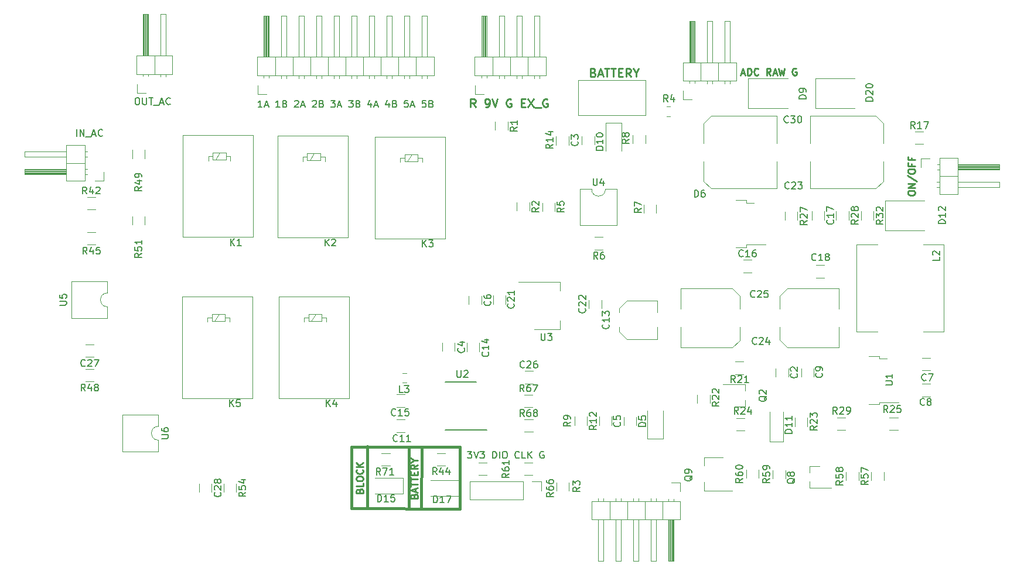
<source format=gbr>
%TF.GenerationSoftware,KiCad,Pcbnew,(5.1.4-0-10_14)*%
%TF.CreationDate,2019-11-24T22:14:09+02:00*%
%TF.ProjectId,READY,52454144-592e-46b6-9963-61645f706362,3.0*%
%TF.SameCoordinates,Original*%
%TF.FileFunction,Legend,Top*%
%TF.FilePolarity,Positive*%
%FSLAX46Y46*%
G04 Gerber Fmt 4.6, Leading zero omitted, Abs format (unit mm)*
G04 Created by KiCad (PCBNEW (5.1.4-0-10_14)) date 2019-11-24 22:14:09*
%MOMM*%
%LPD*%
G04 APERTURE LIST*
%ADD10C,0.200000*%
%ADD11C,0.250000*%
%ADD12C,0.400000*%
%ADD13C,0.120000*%
%ADD14C,0.150000*%
G04 APERTURE END LIST*
D10*
X110293071Y-63825380D02*
X109721642Y-63825380D01*
X110007357Y-63825380D02*
X110007357Y-62825380D01*
X109912119Y-62968238D01*
X109816880Y-63063476D01*
X109721642Y-63111095D01*
X110674023Y-63539666D02*
X111150214Y-63539666D01*
X110578785Y-63825380D02*
X110912119Y-62825380D01*
X111245452Y-63825380D01*
X112864499Y-63825380D02*
X112293071Y-63825380D01*
X112578785Y-63825380D02*
X112578785Y-62825380D01*
X112483547Y-62968238D01*
X112388309Y-63063476D01*
X112293071Y-63111095D01*
X113626404Y-63301571D02*
X113769261Y-63349190D01*
X113816880Y-63396809D01*
X113864499Y-63492047D01*
X113864499Y-63634904D01*
X113816880Y-63730142D01*
X113769261Y-63777761D01*
X113674023Y-63825380D01*
X113293071Y-63825380D01*
X113293071Y-62825380D01*
X113626404Y-62825380D01*
X113721642Y-62873000D01*
X113769261Y-62920619D01*
X113816880Y-63015857D01*
X113816880Y-63111095D01*
X113769261Y-63206333D01*
X113721642Y-63253952D01*
X113626404Y-63301571D01*
X113293071Y-63301571D01*
X115007357Y-62920619D02*
X115054976Y-62873000D01*
X115150214Y-62825380D01*
X115388309Y-62825380D01*
X115483547Y-62873000D01*
X115531166Y-62920619D01*
X115578785Y-63015857D01*
X115578785Y-63111095D01*
X115531166Y-63253952D01*
X114959738Y-63825380D01*
X115578785Y-63825380D01*
X115959738Y-63539666D02*
X116435928Y-63539666D01*
X115864499Y-63825380D02*
X116197833Y-62825380D01*
X116531166Y-63825380D01*
X117578785Y-62920619D02*
X117626404Y-62873000D01*
X117721642Y-62825380D01*
X117959738Y-62825380D01*
X118054976Y-62873000D01*
X118102595Y-62920619D01*
X118150214Y-63015857D01*
X118150214Y-63111095D01*
X118102595Y-63253952D01*
X117531166Y-63825380D01*
X118150214Y-63825380D01*
X118912119Y-63301571D02*
X119054976Y-63349190D01*
X119102595Y-63396809D01*
X119150214Y-63492047D01*
X119150214Y-63634904D01*
X119102595Y-63730142D01*
X119054976Y-63777761D01*
X118959738Y-63825380D01*
X118578785Y-63825380D01*
X118578785Y-62825380D01*
X118912119Y-62825380D01*
X119007357Y-62873000D01*
X119054976Y-62920619D01*
X119102595Y-63015857D01*
X119102595Y-63111095D01*
X119054976Y-63206333D01*
X119007357Y-63253952D01*
X118912119Y-63301571D01*
X118578785Y-63301571D01*
X120245452Y-62825380D02*
X120864499Y-62825380D01*
X120531166Y-63206333D01*
X120674023Y-63206333D01*
X120769261Y-63253952D01*
X120816880Y-63301571D01*
X120864499Y-63396809D01*
X120864499Y-63634904D01*
X120816880Y-63730142D01*
X120769261Y-63777761D01*
X120674023Y-63825380D01*
X120388309Y-63825380D01*
X120293071Y-63777761D01*
X120245452Y-63730142D01*
X121245452Y-63539666D02*
X121721642Y-63539666D01*
X121150214Y-63825380D02*
X121483547Y-62825380D01*
X121816880Y-63825380D01*
X122816880Y-62825380D02*
X123435928Y-62825380D01*
X123102595Y-63206333D01*
X123245452Y-63206333D01*
X123340690Y-63253952D01*
X123388309Y-63301571D01*
X123435928Y-63396809D01*
X123435928Y-63634904D01*
X123388309Y-63730142D01*
X123340690Y-63777761D01*
X123245452Y-63825380D01*
X122959738Y-63825380D01*
X122864499Y-63777761D01*
X122816880Y-63730142D01*
X124197833Y-63301571D02*
X124340690Y-63349190D01*
X124388309Y-63396809D01*
X124435928Y-63492047D01*
X124435928Y-63634904D01*
X124388309Y-63730142D01*
X124340690Y-63777761D01*
X124245452Y-63825380D01*
X123864499Y-63825380D01*
X123864499Y-62825380D01*
X124197833Y-62825380D01*
X124293071Y-62873000D01*
X124340690Y-62920619D01*
X124388309Y-63015857D01*
X124388309Y-63111095D01*
X124340690Y-63206333D01*
X124293071Y-63253952D01*
X124197833Y-63301571D01*
X123864499Y-63301571D01*
X126054976Y-63158714D02*
X126054976Y-63825380D01*
X125816880Y-62777761D02*
X125578785Y-63492047D01*
X126197833Y-63492047D01*
X126531166Y-63539666D02*
X127007357Y-63539666D01*
X126435928Y-63825380D02*
X126769261Y-62825380D01*
X127102595Y-63825380D01*
X128626404Y-63158714D02*
X128626404Y-63825380D01*
X128388309Y-62777761D02*
X128150214Y-63492047D01*
X128769261Y-63492047D01*
X129483547Y-63301571D02*
X129626404Y-63349190D01*
X129674023Y-63396809D01*
X129721642Y-63492047D01*
X129721642Y-63634904D01*
X129674023Y-63730142D01*
X129626404Y-63777761D01*
X129531166Y-63825380D01*
X129150214Y-63825380D01*
X129150214Y-62825380D01*
X129483547Y-62825380D01*
X129578785Y-62873000D01*
X129626404Y-62920619D01*
X129674023Y-63015857D01*
X129674023Y-63111095D01*
X129626404Y-63206333D01*
X129578785Y-63253952D01*
X129483547Y-63301571D01*
X129150214Y-63301571D01*
X131388309Y-62825380D02*
X130912119Y-62825380D01*
X130864499Y-63301571D01*
X130912119Y-63253952D01*
X131007357Y-63206333D01*
X131245452Y-63206333D01*
X131340690Y-63253952D01*
X131388309Y-63301571D01*
X131435928Y-63396809D01*
X131435928Y-63634904D01*
X131388309Y-63730142D01*
X131340690Y-63777761D01*
X131245452Y-63825380D01*
X131007357Y-63825380D01*
X130912119Y-63777761D01*
X130864499Y-63730142D01*
X131816880Y-63539666D02*
X132293071Y-63539666D01*
X131721642Y-63825380D02*
X132054976Y-62825380D01*
X132388309Y-63825380D01*
X133959738Y-62825380D02*
X133483547Y-62825380D01*
X133435928Y-63301571D01*
X133483547Y-63253952D01*
X133578785Y-63206333D01*
X133816880Y-63206333D01*
X133912119Y-63253952D01*
X133959738Y-63301571D01*
X134007357Y-63396809D01*
X134007357Y-63634904D01*
X133959738Y-63730142D01*
X133912119Y-63777761D01*
X133816880Y-63825380D01*
X133578785Y-63825380D01*
X133483547Y-63777761D01*
X133435928Y-63730142D01*
X134769261Y-63301571D02*
X134912119Y-63349190D01*
X134959738Y-63396809D01*
X135007357Y-63492047D01*
X135007357Y-63634904D01*
X134959738Y-63730142D01*
X134912119Y-63777761D01*
X134816880Y-63825380D01*
X134435928Y-63825380D01*
X134435928Y-62825380D01*
X134769261Y-62825380D01*
X134864500Y-62873000D01*
X134912119Y-62920619D01*
X134959738Y-63015857D01*
X134959738Y-63111095D01*
X134912119Y-63206333D01*
X134864500Y-63253952D01*
X134769261Y-63301571D01*
X134435928Y-63301571D01*
D11*
X158163000Y-58778785D02*
X158334428Y-58835928D01*
X158391571Y-58893071D01*
X158448714Y-59007357D01*
X158448714Y-59178785D01*
X158391571Y-59293071D01*
X158334428Y-59350214D01*
X158220142Y-59407357D01*
X157763000Y-59407357D01*
X157763000Y-58207357D01*
X158163000Y-58207357D01*
X158277285Y-58264500D01*
X158334428Y-58321642D01*
X158391571Y-58435928D01*
X158391571Y-58550214D01*
X158334428Y-58664500D01*
X158277285Y-58721642D01*
X158163000Y-58778785D01*
X157763000Y-58778785D01*
X158905857Y-59064500D02*
X159477285Y-59064500D01*
X158791571Y-59407357D02*
X159191571Y-58207357D01*
X159591571Y-59407357D01*
X159820142Y-58207357D02*
X160505857Y-58207357D01*
X160163000Y-59407357D02*
X160163000Y-58207357D01*
X160734428Y-58207357D02*
X161420142Y-58207357D01*
X161077285Y-59407357D02*
X161077285Y-58207357D01*
X161820142Y-58778785D02*
X162220142Y-58778785D01*
X162391571Y-59407357D02*
X161820142Y-59407357D01*
X161820142Y-58207357D01*
X162391571Y-58207357D01*
X163591571Y-59407357D02*
X163191571Y-58835928D01*
X162905857Y-59407357D02*
X162905857Y-58207357D01*
X163363000Y-58207357D01*
X163477285Y-58264500D01*
X163534428Y-58321642D01*
X163591571Y-58435928D01*
X163591571Y-58607357D01*
X163534428Y-58721642D01*
X163477285Y-58778785D01*
X163363000Y-58835928D01*
X162905857Y-58835928D01*
X164334428Y-58835928D02*
X164334428Y-59407357D01*
X163934428Y-58207357D02*
X164334428Y-58835928D01*
X164734428Y-58207357D01*
X141129357Y-63788857D02*
X140729357Y-63217428D01*
X140443642Y-63788857D02*
X140443642Y-62588857D01*
X140900785Y-62588857D01*
X141015071Y-62646000D01*
X141072214Y-62703142D01*
X141129357Y-62817428D01*
X141129357Y-62988857D01*
X141072214Y-63103142D01*
X141015071Y-63160285D01*
X140900785Y-63217428D01*
X140443642Y-63217428D01*
X142615071Y-63788857D02*
X142843642Y-63788857D01*
X142957928Y-63731714D01*
X143015071Y-63674571D01*
X143129357Y-63503142D01*
X143186500Y-63274571D01*
X143186500Y-62817428D01*
X143129357Y-62703142D01*
X143072214Y-62646000D01*
X142957928Y-62588857D01*
X142729357Y-62588857D01*
X142615071Y-62646000D01*
X142557928Y-62703142D01*
X142500785Y-62817428D01*
X142500785Y-63103142D01*
X142557928Y-63217428D01*
X142615071Y-63274571D01*
X142729357Y-63331714D01*
X142957928Y-63331714D01*
X143072214Y-63274571D01*
X143129357Y-63217428D01*
X143186500Y-63103142D01*
X143529357Y-62588857D02*
X143929357Y-63788857D01*
X144329357Y-62588857D01*
X146272214Y-62646000D02*
X146157928Y-62588857D01*
X145986500Y-62588857D01*
X145815071Y-62646000D01*
X145700785Y-62760285D01*
X145643642Y-62874571D01*
X145586500Y-63103142D01*
X145586500Y-63274571D01*
X145643642Y-63503142D01*
X145700785Y-63617428D01*
X145815071Y-63731714D01*
X145986500Y-63788857D01*
X146100785Y-63788857D01*
X146272214Y-63731714D01*
X146329357Y-63674571D01*
X146329357Y-63274571D01*
X146100785Y-63274571D01*
X147757928Y-63160285D02*
X148157928Y-63160285D01*
X148329357Y-63788857D02*
X147757928Y-63788857D01*
X147757928Y-62588857D01*
X148329357Y-62588857D01*
X148729357Y-62588857D02*
X149529357Y-63788857D01*
X149529357Y-62588857D02*
X148729357Y-63788857D01*
X149700785Y-63903142D02*
X150615071Y-63903142D01*
X151529357Y-62646000D02*
X151415071Y-62588857D01*
X151243642Y-62588857D01*
X151072214Y-62646000D01*
X150957928Y-62760285D01*
X150900785Y-62874571D01*
X150843642Y-63103142D01*
X150843642Y-63274571D01*
X150900785Y-63503142D01*
X150957928Y-63617428D01*
X151072214Y-63731714D01*
X151243642Y-63788857D01*
X151357928Y-63788857D01*
X151529357Y-63731714D01*
X151586500Y-63674571D01*
X151586500Y-63274571D01*
X151357928Y-63274571D01*
X132249871Y-120089300D02*
X132297490Y-119946442D01*
X132345109Y-119898823D01*
X132440347Y-119851204D01*
X132583204Y-119851204D01*
X132678442Y-119898823D01*
X132726061Y-119946442D01*
X132773680Y-120041680D01*
X132773680Y-120422633D01*
X131773680Y-120422633D01*
X131773680Y-120089300D01*
X131821300Y-119994061D01*
X131868919Y-119946442D01*
X131964157Y-119898823D01*
X132059395Y-119898823D01*
X132154633Y-119946442D01*
X132202252Y-119994061D01*
X132249871Y-120089300D01*
X132249871Y-120422633D01*
X132487966Y-119470252D02*
X132487966Y-118994061D01*
X132773680Y-119565490D02*
X131773680Y-119232157D01*
X132773680Y-118898823D01*
X131773680Y-118708347D02*
X131773680Y-118136919D01*
X132773680Y-118422633D02*
X131773680Y-118422633D01*
X131773680Y-117946442D02*
X131773680Y-117375014D01*
X132773680Y-117660728D02*
X131773680Y-117660728D01*
X132249871Y-117041680D02*
X132249871Y-116708347D01*
X132773680Y-116565490D02*
X132773680Y-117041680D01*
X131773680Y-117041680D01*
X131773680Y-116565490D01*
X132773680Y-115565490D02*
X132297490Y-115898823D01*
X132773680Y-116136919D02*
X131773680Y-116136919D01*
X131773680Y-115755966D01*
X131821300Y-115660728D01*
X131868919Y-115613109D01*
X131964157Y-115565490D01*
X132107014Y-115565490D01*
X132202252Y-115613109D01*
X132249871Y-115660728D01*
X132297490Y-115755966D01*
X132297490Y-116136919D01*
X132297490Y-114946442D02*
X132773680Y-114946442D01*
X131773680Y-115279776D02*
X132297490Y-114946442D01*
X131773680Y-114613109D01*
X124375871Y-119344842D02*
X124423490Y-119201985D01*
X124471109Y-119154366D01*
X124566347Y-119106747D01*
X124709204Y-119106747D01*
X124804442Y-119154366D01*
X124852061Y-119201985D01*
X124899680Y-119297223D01*
X124899680Y-119678176D01*
X123899680Y-119678176D01*
X123899680Y-119344842D01*
X123947300Y-119249604D01*
X123994919Y-119201985D01*
X124090157Y-119154366D01*
X124185395Y-119154366D01*
X124280633Y-119201985D01*
X124328252Y-119249604D01*
X124375871Y-119344842D01*
X124375871Y-119678176D01*
X124899680Y-118201985D02*
X124899680Y-118678176D01*
X123899680Y-118678176D01*
X123899680Y-117678176D02*
X123899680Y-117487700D01*
X123947300Y-117392461D01*
X124042538Y-117297223D01*
X124233014Y-117249604D01*
X124566347Y-117249604D01*
X124756823Y-117297223D01*
X124852061Y-117392461D01*
X124899680Y-117487700D01*
X124899680Y-117678176D01*
X124852061Y-117773414D01*
X124756823Y-117868652D01*
X124566347Y-117916271D01*
X124233014Y-117916271D01*
X124042538Y-117868652D01*
X123947300Y-117773414D01*
X123899680Y-117678176D01*
X124804442Y-116249604D02*
X124852061Y-116297223D01*
X124899680Y-116440080D01*
X124899680Y-116535319D01*
X124852061Y-116678176D01*
X124756823Y-116773414D01*
X124661585Y-116821033D01*
X124471109Y-116868652D01*
X124328252Y-116868652D01*
X124137776Y-116821033D01*
X124042538Y-116773414D01*
X123947300Y-116678176D01*
X123899680Y-116535319D01*
X123899680Y-116440080D01*
X123947300Y-116297223D01*
X123994919Y-116249604D01*
X124899680Y-115821033D02*
X123899680Y-115821033D01*
X124899680Y-115249604D02*
X124328252Y-115678176D01*
X123899680Y-115249604D02*
X124471109Y-115821033D01*
D12*
X123240800Y-112966500D02*
X123240800Y-121869200D01*
X125526800Y-112915700D02*
X125526800Y-121869200D01*
X138925300Y-121932700D02*
X138925300Y-113017300D01*
X133337300Y-121932700D02*
X133388100Y-113017300D01*
X131559300Y-113017300D02*
X131559300Y-121932700D01*
X138925300Y-113017300D02*
X123240800Y-112966500D01*
X123240800Y-121869200D02*
X138925300Y-121932700D01*
D13*
%TO.C,J1*%
X171109000Y-60000100D02*
X178849000Y-60000100D01*
X178849000Y-60000100D02*
X178849000Y-57340100D01*
X178849000Y-57340100D02*
X171109000Y-57340100D01*
X171109000Y-57340100D02*
X171109000Y-60000100D01*
X172059000Y-57340100D02*
X172059000Y-51340100D01*
X172059000Y-51340100D02*
X172819000Y-51340100D01*
X172819000Y-51340100D02*
X172819000Y-57340100D01*
X172119000Y-57340100D02*
X172119000Y-51340100D01*
X172239000Y-57340100D02*
X172239000Y-51340100D01*
X172359000Y-57340100D02*
X172359000Y-51340100D01*
X172479000Y-57340100D02*
X172479000Y-51340100D01*
X172599000Y-57340100D02*
X172599000Y-51340100D01*
X172719000Y-57340100D02*
X172719000Y-51340100D01*
X172059000Y-60330100D02*
X172059000Y-60000100D01*
X172819000Y-60330100D02*
X172819000Y-60000100D01*
X173709000Y-60000100D02*
X173709000Y-57340100D01*
X174599000Y-57340100D02*
X174599000Y-51340100D01*
X174599000Y-51340100D02*
X175359000Y-51340100D01*
X175359000Y-51340100D02*
X175359000Y-57340100D01*
X174599000Y-60397171D02*
X174599000Y-60000100D01*
X175359000Y-60397171D02*
X175359000Y-60000100D01*
X176249000Y-60000100D02*
X176249000Y-57340100D01*
X177139000Y-57340100D02*
X177139000Y-51340100D01*
X177139000Y-51340100D02*
X177899000Y-51340100D01*
X177899000Y-51340100D02*
X177899000Y-57340100D01*
X177139000Y-60397171D02*
X177139000Y-60000100D01*
X177899000Y-60397171D02*
X177899000Y-60000100D01*
X172439000Y-62710100D02*
X171169000Y-62710100D01*
X171169000Y-62710100D02*
X171169000Y-61440100D01*
%TO.C,BAT1*%
X155950000Y-59875300D02*
X165720000Y-59875300D01*
X155950000Y-64945300D02*
X165720000Y-64945300D01*
X155950000Y-59875300D02*
X155950000Y-64945300D01*
X165720000Y-59875300D02*
X165720000Y-64945300D01*
%TO.C,C3*%
X158352000Y-68004936D02*
X158352000Y-69209064D01*
X156532000Y-68004936D02*
X156532000Y-69209064D01*
%TO.C,C5*%
X164372000Y-109849064D02*
X164372000Y-108644936D01*
X162552000Y-109849064D02*
X162552000Y-108644936D01*
%TO.C,C7*%
X205694936Y-100106000D02*
X206899064Y-100106000D01*
X205694936Y-101926000D02*
X206899064Y-101926000D01*
%TO.C,C8*%
X206888064Y-103852000D02*
X205683936Y-103852000D01*
X206888064Y-105672000D02*
X205683936Y-105672000D01*
%TO.C,C9*%
X190026000Y-101656936D02*
X190026000Y-102861064D01*
X188206000Y-101656936D02*
X188206000Y-102861064D01*
%TO.C,D5*%
X165984000Y-107695000D02*
X165984000Y-111755000D01*
X165984000Y-111755000D02*
X168254000Y-111755000D01*
X168254000Y-111755000D02*
X168254000Y-107695000D01*
%TO.C,D9*%
X180571000Y-59622800D02*
X180571000Y-63922800D01*
X180571000Y-63922800D02*
X186271000Y-63922800D01*
X180571000Y-59622800D02*
X186271000Y-59622800D01*
%TO.C,D10*%
X162235000Y-70167300D02*
X162235000Y-66107300D01*
X162235000Y-66107300D02*
X159965000Y-66107300D01*
X159965000Y-66107300D02*
X159965000Y-70167300D01*
%TO.C,D11*%
X183658000Y-107914000D02*
X183658000Y-112214000D01*
X183658000Y-112214000D02*
X185658000Y-112214000D01*
X185658000Y-112214000D02*
X185658000Y-107914000D01*
%TO.C,D17*%
X138690000Y-117803000D02*
X134630000Y-117803000D01*
X138690000Y-120073000D02*
X138690000Y-117803000D01*
X134630000Y-120073000D02*
X138690000Y-120073000D01*
%TO.C,Q9*%
X174217000Y-115691000D02*
X174217000Y-114491000D01*
X174217000Y-114491000D02*
X176917000Y-114491000D01*
X178217000Y-119291000D02*
X174217000Y-119291000D01*
X174217000Y-119291000D02*
X174217000Y-118091000D01*
%TO.C,R4*%
X169289252Y-63704400D02*
X168766748Y-63704400D01*
X169289252Y-65124400D02*
X168766748Y-65124400D01*
%TO.C,U1*%
X198002000Y-106797000D02*
X199502000Y-106797000D01*
X199502000Y-106797000D02*
X199502000Y-106527000D01*
X199502000Y-106527000D02*
X202332000Y-106527000D01*
X198002000Y-99897000D02*
X199502000Y-99897000D01*
X199502000Y-99897000D02*
X199502000Y-100167000D01*
X199502000Y-100167000D02*
X200602000Y-100167000D01*
D14*
%TO.C,U2*%
X141214000Y-103586000D02*
X136764000Y-103586000D01*
X142739000Y-110486000D02*
X136764000Y-110486000D01*
D13*
%TO.C,C4*%
X136314000Y-97922936D02*
X136314000Y-99127064D01*
X138134000Y-97922936D02*
X138134000Y-99127064D01*
%TO.C,C11*%
X130950064Y-109003000D02*
X129745936Y-109003000D01*
X130950064Y-110823000D02*
X129745936Y-110823000D01*
%TO.C,C13*%
X167449000Y-97359800D02*
X167449000Y-95659800D01*
X167449000Y-91839800D02*
X167449000Y-93539800D01*
X162993437Y-91839800D02*
X167449000Y-91839800D01*
X162993437Y-97359800D02*
X167449000Y-97359800D01*
X161929000Y-96295363D02*
X161929000Y-95659800D01*
X161929000Y-92904237D02*
X161929000Y-93539800D01*
X161929000Y-92904237D02*
X162993437Y-91839800D01*
X161929000Y-96295363D02*
X162993437Y-97359800D01*
%TO.C,C14*%
X139870000Y-99154064D02*
X139870000Y-97949936D01*
X141690000Y-99154064D02*
X141690000Y-97949936D01*
%TO.C,C15*%
X129757936Y-107204000D02*
X130962064Y-107204000D01*
X129757936Y-105384000D02*
X130962064Y-105384000D01*
%TO.C,D20*%
X190261000Y-59673600D02*
X190261000Y-63973600D01*
X190261000Y-63973600D02*
X195961000Y-63973600D01*
X190261000Y-59673600D02*
X195961000Y-59673600D01*
%TO.C,C2*%
X184548000Y-102861064D02*
X184548000Y-101656936D01*
X186368000Y-102861064D02*
X186368000Y-101656936D01*
%TO.C,R25*%
X200986936Y-108716000D02*
X202191064Y-108716000D01*
X200986936Y-110536000D02*
X202191064Y-110536000D01*
%TO.C,R29*%
X193402936Y-110536000D02*
X194607064Y-110536000D01*
X193402936Y-108716000D02*
X194607064Y-108716000D01*
%TO.C,R57*%
X200148000Y-117825064D02*
X200148000Y-116620936D01*
X198328000Y-117825064D02*
X198328000Y-116620936D01*
%TO.C,R58*%
X196503000Y-116594936D02*
X196503000Y-117799064D01*
X194683000Y-116594936D02*
X194683000Y-117799064D01*
%TO.C,R59*%
X185949000Y-117532064D02*
X185949000Y-116327936D01*
X184129000Y-117532064D02*
X184129000Y-116327936D01*
%TO.C,R60*%
X182088000Y-116273936D02*
X182088000Y-117478064D01*
X180268000Y-116273936D02*
X180268000Y-117478064D01*
%TO.C,R9*%
X157285000Y-108615936D02*
X157285000Y-109820064D01*
X155465000Y-108615936D02*
X155465000Y-109820064D01*
%TO.C,R12*%
X158996000Y-108615936D02*
X158996000Y-109820064D01*
X160816000Y-108615936D02*
X160816000Y-109820064D01*
%TO.C,R44*%
X135593936Y-113885000D02*
X136798064Y-113885000D01*
X135593936Y-115705000D02*
X136798064Y-115705000D01*
%TO.C,R8*%
X163872000Y-69028064D02*
X163872000Y-67823936D01*
X165692000Y-69028064D02*
X165692000Y-67823936D01*
%TO.C,R14*%
X152798000Y-68052536D02*
X152798000Y-69256664D01*
X154618000Y-68052536D02*
X154618000Y-69256664D01*
%TO.C,R21*%
X179890064Y-102446000D02*
X178685936Y-102446000D01*
X179890064Y-100626000D02*
X178685936Y-100626000D01*
%TO.C,R22*%
X175027000Y-106610064D02*
X175027000Y-105405936D01*
X173207000Y-106610064D02*
X173207000Y-105405936D01*
%TO.C,R23*%
X187304000Y-109976064D02*
X187304000Y-108771936D01*
X189124000Y-109976064D02*
X189124000Y-108771936D01*
%TO.C,R24*%
X180026064Y-108818000D02*
X178821936Y-108818000D01*
X180026064Y-110638000D02*
X178821936Y-110638000D01*
%TO.C,C16*%
X179862936Y-85919900D02*
X181067064Y-85919900D01*
X179862936Y-87739900D02*
X181067064Y-87739900D01*
%TO.C,C17*%
X189730000Y-78898336D02*
X189730000Y-80102464D01*
X191550000Y-78898336D02*
X191550000Y-80102464D01*
%TO.C,C18*%
X191546064Y-88489200D02*
X190341936Y-88489200D01*
X191546064Y-86669200D02*
X190341936Y-86669200D01*
%TO.C,D6*%
X178757000Y-84120400D02*
X180257000Y-84120400D01*
X180257000Y-84120400D02*
X180257000Y-83650400D01*
X180257000Y-83650400D02*
X183087000Y-83650400D01*
X178757000Y-77220400D02*
X180257000Y-77220400D01*
X180257000Y-77220400D02*
X180257000Y-77690400D01*
X180257000Y-77690400D02*
X181357000Y-77690400D01*
%TO.C,D12*%
X200358000Y-77352000D02*
X200358000Y-81652000D01*
X200358000Y-81652000D02*
X206058000Y-81652000D01*
X200358000Y-77352000D02*
X206058000Y-77352000D01*
%TO.C,L2*%
X199235000Y-96307400D02*
X196235000Y-96307400D01*
X196235000Y-96307400D02*
X196235000Y-83707400D01*
X196235000Y-83707400D02*
X199235000Y-83707400D01*
X205835000Y-83707400D02*
X208835000Y-83707400D01*
X208835000Y-83707400D02*
X208835000Y-96307400D01*
X208835000Y-96307400D02*
X205835000Y-96307400D01*
%TO.C,R17*%
X204680936Y-67339800D02*
X205885064Y-67339800D01*
X204680936Y-69159800D02*
X205885064Y-69159800D01*
%TO.C,R27*%
X185869000Y-78949136D02*
X185869000Y-80153264D01*
X187689000Y-78949136D02*
X187689000Y-80153264D01*
%TO.C,R28*%
X193273000Y-80089764D02*
X193273000Y-78885636D01*
X195093000Y-80089764D02*
X195093000Y-78885636D01*
%TO.C,R32*%
X196867000Y-78888836D02*
X196867000Y-80092964D01*
X198687000Y-78888836D02*
X198687000Y-80092964D01*
%TO.C,J3*%
X208209000Y-71174300D02*
X208209000Y-76374300D01*
X208209000Y-76374300D02*
X210869000Y-76374300D01*
X210869000Y-76374300D02*
X210869000Y-71174300D01*
X210869000Y-71174300D02*
X208209000Y-71174300D01*
X210869000Y-72124300D02*
X216869000Y-72124300D01*
X216869000Y-72124300D02*
X216869000Y-72884300D01*
X216869000Y-72884300D02*
X210869000Y-72884300D01*
X210869000Y-72184300D02*
X216869000Y-72184300D01*
X210869000Y-72304300D02*
X216869000Y-72304300D01*
X210869000Y-72424300D02*
X216869000Y-72424300D01*
X210869000Y-72544300D02*
X216869000Y-72544300D01*
X210869000Y-72664300D02*
X216869000Y-72664300D01*
X210869000Y-72784300D02*
X216869000Y-72784300D01*
X207879000Y-72124300D02*
X208209000Y-72124300D01*
X207879000Y-72884300D02*
X208209000Y-72884300D01*
X208209000Y-73774300D02*
X210869000Y-73774300D01*
X210869000Y-74664300D02*
X216869000Y-74664300D01*
X216869000Y-74664300D02*
X216869000Y-75424300D01*
X216869000Y-75424300D02*
X210869000Y-75424300D01*
X207811929Y-74664300D02*
X208209000Y-74664300D01*
X207811929Y-75424300D02*
X208209000Y-75424300D01*
X205499000Y-72504300D02*
X205499000Y-71234300D01*
X205499000Y-71234300D02*
X206769000Y-71234300D01*
%TO.C,C23*%
X189545000Y-65072600D02*
X189545000Y-69022600D01*
X189545000Y-75592600D02*
X189545000Y-71642600D01*
X199000563Y-75592600D02*
X189545000Y-75592600D01*
X199000563Y-65072600D02*
X189545000Y-65072600D01*
X200065000Y-66137037D02*
X200065000Y-69022600D01*
X200065000Y-74528163D02*
X200065000Y-71642600D01*
X200065000Y-74528163D02*
X199000563Y-75592600D01*
X200065000Y-66137037D02*
X199000563Y-65072600D01*
%TO.C,C24*%
X170810000Y-90075600D02*
X170810000Y-93025600D01*
X170810000Y-98595600D02*
X170810000Y-95645600D01*
X178265563Y-98595600D02*
X170810000Y-98595600D01*
X178265563Y-90075600D02*
X170810000Y-90075600D01*
X179330000Y-91140037D02*
X179330000Y-93025600D01*
X179330000Y-97531163D02*
X179330000Y-95645600D01*
X179330000Y-97531163D02*
X178265563Y-98595600D01*
X179330000Y-91140037D02*
X178265563Y-90075600D01*
%TO.C,C25*%
X185110000Y-97505763D02*
X186174437Y-98570200D01*
X185110000Y-91114637D02*
X186174437Y-90050200D01*
X185110000Y-91114637D02*
X185110000Y-93000200D01*
X185110000Y-97505763D02*
X185110000Y-95620200D01*
X186174437Y-98570200D02*
X193630000Y-98570200D01*
X186174437Y-90050200D02*
X193630000Y-90050200D01*
X193630000Y-90050200D02*
X193630000Y-93000200D01*
X193630000Y-98570200D02*
X193630000Y-95620200D01*
%TO.C,C26*%
X148241936Y-102000000D02*
X149446064Y-102000000D01*
X148241936Y-103820000D02*
X149446064Y-103820000D01*
%TO.C,J4*%
X140364000Y-117974000D02*
X140364000Y-120634000D01*
X148044000Y-117974000D02*
X140364000Y-117974000D01*
X148044000Y-120634000D02*
X140364000Y-120634000D01*
X148044000Y-117974000D02*
X148044000Y-120634000D01*
X149314000Y-117974000D02*
X150644000Y-117974000D01*
X150644000Y-117974000D02*
X150644000Y-119304000D01*
%TO.C,R61*%
X142804064Y-117064000D02*
X141599936Y-117064000D01*
X142804064Y-115244000D02*
X141599936Y-115244000D01*
%TO.C,R66*%
X149371064Y-115244000D02*
X148166936Y-115244000D01*
X149371064Y-117064000D02*
X148166936Y-117064000D01*
%TO.C,R67*%
X148192936Y-107247000D02*
X149397064Y-107247000D01*
X148192936Y-105427000D02*
X149397064Y-105427000D01*
%TO.C,R68*%
X149433064Y-110803000D02*
X148228936Y-110803000D01*
X149433064Y-108983000D02*
X148228936Y-108983000D01*
%TO.C,C30*%
X184654000Y-75579900D02*
X184654000Y-71629900D01*
X184654000Y-65059900D02*
X184654000Y-69009900D01*
X175198437Y-65059900D02*
X184654000Y-65059900D01*
X175198437Y-75579900D02*
X184654000Y-75579900D01*
X174134000Y-74515463D02*
X174134000Y-71629900D01*
X174134000Y-66124337D02*
X174134000Y-69009900D01*
X174134000Y-66124337D02*
X175198437Y-65059900D01*
X174134000Y-74515463D02*
X175198437Y-75579900D01*
%TO.C,L3*%
X131143252Y-103707000D02*
X130620748Y-103707000D01*
X131143252Y-102287000D02*
X130620748Y-102287000D01*
%TO.C,D15*%
X126621000Y-119766000D02*
X130681000Y-119766000D01*
X130681000Y-119766000D02*
X130681000Y-117496000D01*
X130681000Y-117496000D02*
X126621000Y-117496000D01*
%TO.C,R71*%
X127564936Y-113885000D02*
X128769064Y-113885000D01*
X127564936Y-115705000D02*
X128769064Y-115705000D01*
%TO.C,R3*%
X152824000Y-119310064D02*
X152824000Y-118105936D01*
X154644000Y-119310064D02*
X154644000Y-118105936D01*
%TO.C,Q8*%
X189434000Y-115753000D02*
X190894000Y-115753000D01*
X189434000Y-118913000D02*
X192594000Y-118913000D01*
X189434000Y-118913000D02*
X189434000Y-117983000D01*
X189434000Y-115753000D02*
X189434000Y-116683000D01*
%TO.C,Q2*%
X180084000Y-107117000D02*
X180084000Y-106187000D01*
X180084000Y-103957000D02*
X180084000Y-104887000D01*
X180084000Y-103957000D02*
X176924000Y-103957000D01*
X180084000Y-107117000D02*
X178624000Y-107117000D01*
%TO.C,J5*%
X170748000Y-120820000D02*
X157928000Y-120820000D01*
X157928000Y-120820000D02*
X157928000Y-123480000D01*
X157928000Y-123480000D02*
X170748000Y-123480000D01*
X170748000Y-123480000D02*
X170748000Y-120820000D01*
X169798000Y-123480000D02*
X169798000Y-129480000D01*
X169798000Y-129480000D02*
X169038000Y-129480000D01*
X169038000Y-129480000D02*
X169038000Y-123480000D01*
X169738000Y-123480000D02*
X169738000Y-129480000D01*
X169618000Y-123480000D02*
X169618000Y-129480000D01*
X169498000Y-123480000D02*
X169498000Y-129480000D01*
X169378000Y-123480000D02*
X169378000Y-129480000D01*
X169258000Y-123480000D02*
X169258000Y-129480000D01*
X169138000Y-123480000D02*
X169138000Y-129480000D01*
X169798000Y-120490000D02*
X169798000Y-120820000D01*
X169038000Y-120490000D02*
X169038000Y-120820000D01*
X168148000Y-120820000D02*
X168148000Y-123480000D01*
X167258000Y-123480000D02*
X167258000Y-129480000D01*
X167258000Y-129480000D02*
X166498000Y-129480000D01*
X166498000Y-129480000D02*
X166498000Y-123480000D01*
X167258000Y-120422929D02*
X167258000Y-120820000D01*
X166498000Y-120422929D02*
X166498000Y-120820000D01*
X165608000Y-120820000D02*
X165608000Y-123480000D01*
X164718000Y-123480000D02*
X164718000Y-129480000D01*
X164718000Y-129480000D02*
X163958000Y-129480000D01*
X163958000Y-129480000D02*
X163958000Y-123480000D01*
X164718000Y-120422929D02*
X164718000Y-120820000D01*
X163958000Y-120422929D02*
X163958000Y-120820000D01*
X163068000Y-120820000D02*
X163068000Y-123480000D01*
X162178000Y-123480000D02*
X162178000Y-129480000D01*
X162178000Y-129480000D02*
X161418000Y-129480000D01*
X161418000Y-129480000D02*
X161418000Y-123480000D01*
X162178000Y-120422929D02*
X162178000Y-120820000D01*
X161418000Y-120422929D02*
X161418000Y-120820000D01*
X160528000Y-120820000D02*
X160528000Y-123480000D01*
X159638000Y-123480000D02*
X159638000Y-129480000D01*
X159638000Y-129480000D02*
X158878000Y-129480000D01*
X158878000Y-129480000D02*
X158878000Y-123480000D01*
X159638000Y-120422929D02*
X159638000Y-120820000D01*
X158878000Y-120422929D02*
X158878000Y-120820000D01*
X169418000Y-118110000D02*
X170688000Y-118110000D01*
X170688000Y-118110000D02*
X170688000Y-119380000D01*
%TO.C,C6*%
X142007000Y-91128436D02*
X142007000Y-92332564D01*
X140187000Y-91128436D02*
X140187000Y-92332564D01*
%TO.C,C21*%
X143680000Y-92296064D02*
X143680000Y-91091936D01*
X145500000Y-92296064D02*
X145500000Y-91091936D01*
%TO.C,C22*%
X159342000Y-92904064D02*
X159342000Y-91699936D01*
X157522000Y-92904064D02*
X157522000Y-91699936D01*
%TO.C,U3*%
X153401000Y-95935000D02*
X153401000Y-94675000D01*
X153401000Y-89115000D02*
X153401000Y-90375000D01*
X149641000Y-95935000D02*
X153401000Y-95935000D01*
X147391000Y-89115000D02*
X153401000Y-89115000D01*
%TO.C,J8*%
X141037000Y-59202500D02*
X151317000Y-59202500D01*
X151317000Y-59202500D02*
X151317000Y-56542500D01*
X151317000Y-56542500D02*
X141037000Y-56542500D01*
X141037000Y-56542500D02*
X141037000Y-59202500D01*
X141987000Y-56542500D02*
X141987000Y-50542500D01*
X141987000Y-50542500D02*
X142747000Y-50542500D01*
X142747000Y-50542500D02*
X142747000Y-56542500D01*
X142047000Y-56542500D02*
X142047000Y-50542500D01*
X142167000Y-56542500D02*
X142167000Y-50542500D01*
X142287000Y-56542500D02*
X142287000Y-50542500D01*
X142407000Y-56542500D02*
X142407000Y-50542500D01*
X142527000Y-56542500D02*
X142527000Y-50542500D01*
X142647000Y-56542500D02*
X142647000Y-50542500D01*
X141987000Y-59532500D02*
X141987000Y-59202500D01*
X142747000Y-59532500D02*
X142747000Y-59202500D01*
X143637000Y-59202500D02*
X143637000Y-56542500D01*
X144527000Y-56542500D02*
X144527000Y-50542500D01*
X144527000Y-50542500D02*
X145287000Y-50542500D01*
X145287000Y-50542500D02*
X145287000Y-56542500D01*
X144527000Y-59599571D02*
X144527000Y-59202500D01*
X145287000Y-59599571D02*
X145287000Y-59202500D01*
X146177000Y-59202500D02*
X146177000Y-56542500D01*
X147067000Y-56542500D02*
X147067000Y-50542500D01*
X147067000Y-50542500D02*
X147827000Y-50542500D01*
X147827000Y-50542500D02*
X147827000Y-56542500D01*
X147067000Y-59599571D02*
X147067000Y-59202500D01*
X147827000Y-59599571D02*
X147827000Y-59202500D01*
X148717000Y-59202500D02*
X148717000Y-56542500D01*
X149607000Y-56542500D02*
X149607000Y-50542500D01*
X149607000Y-50542500D02*
X150367000Y-50542500D01*
X150367000Y-50542500D02*
X150367000Y-56542500D01*
X149607000Y-59599571D02*
X149607000Y-59202500D01*
X150367000Y-59599571D02*
X150367000Y-59202500D01*
X142367000Y-61912500D02*
X141097000Y-61912500D01*
X141097000Y-61912500D02*
X141097000Y-60642500D01*
%TO.C,R1*%
X145817000Y-65918936D02*
X145817000Y-67123064D01*
X143997000Y-65918936D02*
X143997000Y-67123064D01*
%TO.C,R2*%
X147108000Y-77602936D02*
X147108000Y-78807064D01*
X148928000Y-77602936D02*
X148928000Y-78807064D01*
%TO.C,R5*%
X150792000Y-78861064D02*
X150792000Y-77656936D01*
X152612000Y-78861064D02*
X152612000Y-77656936D01*
%TO.C,R6*%
X159579064Y-84412500D02*
X158374936Y-84412500D01*
X159579064Y-82592500D02*
X158374936Y-82592500D01*
%TO.C,R7*%
X165460000Y-77910936D02*
X165460000Y-79115064D01*
X167280000Y-77910936D02*
X167280000Y-79115064D01*
%TO.C,U4*%
X159923000Y-75683000D02*
G75*
G02X157923000Y-75683000I-1000000J0D01*
G01*
X157923000Y-75683000D02*
X156273000Y-75683000D01*
X156273000Y-75683000D02*
X156273000Y-80883000D01*
X156273000Y-80883000D02*
X161573000Y-80883000D01*
X161573000Y-80883000D02*
X161573000Y-75683000D01*
X161573000Y-75683000D02*
X159923000Y-75683000D01*
%TO.C,K1*%
X98870000Y-82613500D02*
X98870000Y-67881500D01*
X98870000Y-67881500D02*
X109030000Y-67881500D01*
X109030000Y-67881500D02*
X109030000Y-82613500D01*
X109030000Y-82613500D02*
X98870000Y-82613500D01*
X103544000Y-71437500D02*
X104179000Y-70421500D01*
X105728000Y-71564500D02*
X105728000Y-70929500D01*
X105728000Y-70929500D02*
X105068000Y-70929500D01*
X102528000Y-71564500D02*
X102528000Y-70929500D01*
X102528000Y-70929500D02*
X103163000Y-70929500D01*
X103163000Y-71437500D02*
X105068000Y-71437500D01*
X105068000Y-71437500D02*
X105068000Y-70421500D01*
X105068000Y-70421500D02*
X103163000Y-70421500D01*
X103163000Y-71437500D02*
X103163000Y-70421500D01*
%TO.C,J2*%
X109604000Y-59202500D02*
X135124000Y-59202500D01*
X135124000Y-59202500D02*
X135124000Y-56542500D01*
X135124000Y-56542500D02*
X109604000Y-56542500D01*
X109604000Y-56542500D02*
X109604000Y-59202500D01*
X110554000Y-56542500D02*
X110554000Y-50542500D01*
X110554000Y-50542500D02*
X111314000Y-50542500D01*
X111314000Y-50542500D02*
X111314000Y-56542500D01*
X110614000Y-56542500D02*
X110614000Y-50542500D01*
X110734000Y-56542500D02*
X110734000Y-50542500D01*
X110854000Y-56542500D02*
X110854000Y-50542500D01*
X110974000Y-56542500D02*
X110974000Y-50542500D01*
X111094000Y-56542500D02*
X111094000Y-50542500D01*
X111214000Y-56542500D02*
X111214000Y-50542500D01*
X110554000Y-59532500D02*
X110554000Y-59202500D01*
X111314000Y-59532500D02*
X111314000Y-59202500D01*
X112204000Y-59202500D02*
X112204000Y-56542500D01*
X113094000Y-56542500D02*
X113094000Y-50542500D01*
X113094000Y-50542500D02*
X113854000Y-50542500D01*
X113854000Y-50542500D02*
X113854000Y-56542500D01*
X113094000Y-59599571D02*
X113094000Y-59202500D01*
X113854000Y-59599571D02*
X113854000Y-59202500D01*
X114744000Y-59202500D02*
X114744000Y-56542500D01*
X115634000Y-56542500D02*
X115634000Y-50542500D01*
X115634000Y-50542500D02*
X116394000Y-50542500D01*
X116394000Y-50542500D02*
X116394000Y-56542500D01*
X115634000Y-59599571D02*
X115634000Y-59202500D01*
X116394000Y-59599571D02*
X116394000Y-59202500D01*
X117284000Y-59202500D02*
X117284000Y-56542500D01*
X118174000Y-56542500D02*
X118174000Y-50542500D01*
X118174000Y-50542500D02*
X118934000Y-50542500D01*
X118934000Y-50542500D02*
X118934000Y-56542500D01*
X118174000Y-59599571D02*
X118174000Y-59202500D01*
X118934000Y-59599571D02*
X118934000Y-59202500D01*
X119824000Y-59202500D02*
X119824000Y-56542500D01*
X120714000Y-56542500D02*
X120714000Y-50542500D01*
X120714000Y-50542500D02*
X121474000Y-50542500D01*
X121474000Y-50542500D02*
X121474000Y-56542500D01*
X120714000Y-59599571D02*
X120714000Y-59202500D01*
X121474000Y-59599571D02*
X121474000Y-59202500D01*
X122364000Y-59202500D02*
X122364000Y-56542500D01*
X123254000Y-56542500D02*
X123254000Y-50542500D01*
X123254000Y-50542500D02*
X124014000Y-50542500D01*
X124014000Y-50542500D02*
X124014000Y-56542500D01*
X123254000Y-59599571D02*
X123254000Y-59202500D01*
X124014000Y-59599571D02*
X124014000Y-59202500D01*
X124904000Y-59202500D02*
X124904000Y-56542500D01*
X125794000Y-56542500D02*
X125794000Y-50542500D01*
X125794000Y-50542500D02*
X126554000Y-50542500D01*
X126554000Y-50542500D02*
X126554000Y-56542500D01*
X125794000Y-59599571D02*
X125794000Y-59202500D01*
X126554000Y-59599571D02*
X126554000Y-59202500D01*
X127444000Y-59202500D02*
X127444000Y-56542500D01*
X128334000Y-56542500D02*
X128334000Y-50542500D01*
X128334000Y-50542500D02*
X129094000Y-50542500D01*
X129094000Y-50542500D02*
X129094000Y-56542500D01*
X128334000Y-59599571D02*
X128334000Y-59202500D01*
X129094000Y-59599571D02*
X129094000Y-59202500D01*
X129984000Y-59202500D02*
X129984000Y-56542500D01*
X130874000Y-56542500D02*
X130874000Y-50542500D01*
X130874000Y-50542500D02*
X131634000Y-50542500D01*
X131634000Y-50542500D02*
X131634000Y-56542500D01*
X130874000Y-59599571D02*
X130874000Y-59202500D01*
X131634000Y-59599571D02*
X131634000Y-59202500D01*
X132524000Y-59202500D02*
X132524000Y-56542500D01*
X133414000Y-56542500D02*
X133414000Y-50542500D01*
X133414000Y-50542500D02*
X134174000Y-50542500D01*
X134174000Y-50542500D02*
X134174000Y-56542500D01*
X133414000Y-59599571D02*
X133414000Y-59202500D01*
X134174000Y-59599571D02*
X134174000Y-59202500D01*
X110934000Y-61912500D02*
X109664000Y-61912500D01*
X109664000Y-61912500D02*
X109664000Y-60642500D01*
%TO.C,K2*%
X112522000Y-82677000D02*
X112522000Y-67945000D01*
X112522000Y-67945000D02*
X122682000Y-67945000D01*
X122682000Y-67945000D02*
X122682000Y-82677000D01*
X122682000Y-82677000D02*
X112522000Y-82677000D01*
X117196000Y-71501000D02*
X117831000Y-70485000D01*
X119380000Y-71628000D02*
X119380000Y-70993000D01*
X119380000Y-70993000D02*
X118720000Y-70993000D01*
X116180000Y-71628000D02*
X116180000Y-70993000D01*
X116180000Y-70993000D02*
X116815000Y-70993000D01*
X116815000Y-71501000D02*
X118720000Y-71501000D01*
X118720000Y-71501000D02*
X118720000Y-70485000D01*
X118720000Y-70485000D02*
X116815000Y-70485000D01*
X116815000Y-71501000D02*
X116815000Y-70485000D01*
%TO.C,K3*%
X126619000Y-82804000D02*
X126619000Y-68072000D01*
X126619000Y-68072000D02*
X136779000Y-68072000D01*
X136779000Y-68072000D02*
X136779000Y-82804000D01*
X136779000Y-82804000D02*
X126619000Y-82804000D01*
X131293000Y-71628000D02*
X131928000Y-70612000D01*
X133477000Y-71755000D02*
X133477000Y-71120000D01*
X133477000Y-71120000D02*
X132817000Y-71120000D01*
X130277000Y-71755000D02*
X130277000Y-71120000D01*
X130277000Y-71120000D02*
X130912000Y-71120000D01*
X130912000Y-71628000D02*
X132817000Y-71628000D01*
X132817000Y-71628000D02*
X132817000Y-70612000D01*
X132817000Y-70612000D02*
X130912000Y-70612000D01*
X130912000Y-71628000D02*
X130912000Y-70612000D01*
%TO.C,K4*%
X112712000Y-105918000D02*
X112712000Y-91186000D01*
X112712000Y-91186000D02*
X122872000Y-91186000D01*
X122872000Y-91186000D02*
X122872000Y-105918000D01*
X122872000Y-105918000D02*
X112712000Y-105918000D01*
X117386000Y-94742000D02*
X118021000Y-93726000D01*
X119570000Y-94869000D02*
X119570000Y-94234000D01*
X119570000Y-94234000D02*
X118910000Y-94234000D01*
X116370000Y-94869000D02*
X116370000Y-94234000D01*
X116370000Y-94234000D02*
X117005000Y-94234000D01*
X117005000Y-94742000D02*
X118910000Y-94742000D01*
X118910000Y-94742000D02*
X118910000Y-93726000D01*
X118910000Y-93726000D02*
X117005000Y-93726000D01*
X117005000Y-94742000D02*
X117005000Y-93726000D01*
%TO.C,K5*%
X98742000Y-105918000D02*
X98742000Y-91186000D01*
X98742000Y-91186000D02*
X108902000Y-91186000D01*
X108902000Y-91186000D02*
X108902000Y-105918000D01*
X108902000Y-105918000D02*
X98742000Y-105918000D01*
X103416000Y-94742000D02*
X104051000Y-93726000D01*
X105600000Y-94869000D02*
X105600000Y-94234000D01*
X105600000Y-94234000D02*
X104940000Y-94234000D01*
X102400000Y-94869000D02*
X102400000Y-94234000D01*
X102400000Y-94234000D02*
X103035000Y-94234000D01*
X103035000Y-94742000D02*
X104940000Y-94742000D01*
X104940000Y-94742000D02*
X104940000Y-93726000D01*
X104940000Y-93726000D02*
X103035000Y-93726000D01*
X103035000Y-94742000D02*
X103035000Y-93726000D01*
%TO.C,C27*%
X85982564Y-99970000D02*
X84778436Y-99970000D01*
X85982564Y-98150000D02*
X84778436Y-98150000D01*
%TO.C,J6*%
X84666000Y-74482000D02*
X84666000Y-69282000D01*
X84666000Y-69282000D02*
X82006000Y-69282000D01*
X82006000Y-69282000D02*
X82006000Y-74482000D01*
X82006000Y-74482000D02*
X84666000Y-74482000D01*
X82006000Y-73532000D02*
X76006000Y-73532000D01*
X76006000Y-73532000D02*
X76006000Y-72772000D01*
X76006000Y-72772000D02*
X82006000Y-72772000D01*
X82006000Y-73472000D02*
X76006000Y-73472000D01*
X82006000Y-73352000D02*
X76006000Y-73352000D01*
X82006000Y-73232000D02*
X76006000Y-73232000D01*
X82006000Y-73112000D02*
X76006000Y-73112000D01*
X82006000Y-72992000D02*
X76006000Y-72992000D01*
X82006000Y-72872000D02*
X76006000Y-72872000D01*
X84996000Y-73532000D02*
X84666000Y-73532000D01*
X84996000Y-72772000D02*
X84666000Y-72772000D01*
X84666000Y-71882000D02*
X82006000Y-71882000D01*
X82006000Y-70992000D02*
X76006000Y-70992000D01*
X76006000Y-70992000D02*
X76006000Y-70232000D01*
X76006000Y-70232000D02*
X82006000Y-70232000D01*
X85063071Y-70992000D02*
X84666000Y-70992000D01*
X85063071Y-70232000D02*
X84666000Y-70232000D01*
X87376000Y-73152000D02*
X87376000Y-74422000D01*
X87376000Y-74422000D02*
X86106000Y-74422000D01*
%TO.C,R42*%
X84995936Y-76814000D02*
X86200064Y-76814000D01*
X84995936Y-78634000D02*
X86200064Y-78634000D01*
%TO.C,R45*%
X86236564Y-81894000D02*
X85032436Y-81894000D01*
X86236564Y-83714000D02*
X85032436Y-83714000D01*
%TO.C,R48*%
X85982564Y-103526000D02*
X84778436Y-103526000D01*
X85982564Y-101706000D02*
X84778436Y-101706000D01*
%TO.C,U5*%
X87944000Y-92694000D02*
G75*
G02X87944000Y-90694000I0J1000000D01*
G01*
X87944000Y-90694000D02*
X87944000Y-89044000D01*
X87944000Y-89044000D02*
X82744000Y-89044000D01*
X82744000Y-89044000D02*
X82744000Y-94344000D01*
X82744000Y-94344000D02*
X87944000Y-94344000D01*
X87944000Y-94344000D02*
X87944000Y-92694000D01*
%TO.C,C28*%
X103018000Y-118305936D02*
X103018000Y-119510064D01*
X101198000Y-118305936D02*
X101198000Y-119510064D01*
%TO.C,J7*%
X92142000Y-59012000D02*
X97342000Y-59012000D01*
X97342000Y-59012000D02*
X97342000Y-56352000D01*
X97342000Y-56352000D02*
X92142000Y-56352000D01*
X92142000Y-56352000D02*
X92142000Y-59012000D01*
X93092000Y-56352000D02*
X93092000Y-50352000D01*
X93092000Y-50352000D02*
X93852000Y-50352000D01*
X93852000Y-50352000D02*
X93852000Y-56352000D01*
X93152000Y-56352000D02*
X93152000Y-50352000D01*
X93272000Y-56352000D02*
X93272000Y-50352000D01*
X93392000Y-56352000D02*
X93392000Y-50352000D01*
X93512000Y-56352000D02*
X93512000Y-50352000D01*
X93632000Y-56352000D02*
X93632000Y-50352000D01*
X93752000Y-56352000D02*
X93752000Y-50352000D01*
X93092000Y-59342000D02*
X93092000Y-59012000D01*
X93852000Y-59342000D02*
X93852000Y-59012000D01*
X94742000Y-59012000D02*
X94742000Y-56352000D01*
X95632000Y-56352000D02*
X95632000Y-50352000D01*
X95632000Y-50352000D02*
X96392000Y-50352000D01*
X96392000Y-50352000D02*
X96392000Y-56352000D01*
X95632000Y-59409071D02*
X95632000Y-59012000D01*
X96392000Y-59409071D02*
X96392000Y-59012000D01*
X93472000Y-61722000D02*
X92202000Y-61722000D01*
X92202000Y-61722000D02*
X92202000Y-60452000D01*
%TO.C,R49*%
X93366000Y-71214064D02*
X93366000Y-70009936D01*
X91546000Y-71214064D02*
X91546000Y-70009936D01*
%TO.C,R51*%
X91546000Y-80829564D02*
X91546000Y-79625436D01*
X93366000Y-80829564D02*
X93366000Y-79625436D01*
%TO.C,R54*%
X106574000Y-118305936D02*
X106574000Y-119510064D01*
X104754000Y-118305936D02*
X104754000Y-119510064D01*
%TO.C,U6*%
X95310000Y-111998000D02*
G75*
G02X95310000Y-109998000I0J1000000D01*
G01*
X95310000Y-109998000D02*
X95310000Y-108348000D01*
X95310000Y-108348000D02*
X90110000Y-108348000D01*
X90110000Y-108348000D02*
X90110000Y-113648000D01*
X90110000Y-113648000D02*
X95310000Y-113648000D01*
X95310000Y-113648000D02*
X95310000Y-111998000D01*
%TO.C,J1*%
D11*
X179540840Y-58891506D02*
X180017030Y-58891506D01*
X179445601Y-59177220D02*
X179778935Y-58177220D01*
X180112268Y-59177220D01*
X180445601Y-59177220D02*
X180445601Y-58177220D01*
X180683697Y-58177220D01*
X180826554Y-58224840D01*
X180921792Y-58320078D01*
X180969411Y-58415316D01*
X181017030Y-58605792D01*
X181017030Y-58748649D01*
X180969411Y-58939125D01*
X180921792Y-59034363D01*
X180826554Y-59129601D01*
X180683697Y-59177220D01*
X180445601Y-59177220D01*
X182017030Y-59081982D02*
X181969411Y-59129601D01*
X181826554Y-59177220D01*
X181731316Y-59177220D01*
X181588459Y-59129601D01*
X181493220Y-59034363D01*
X181445601Y-58939125D01*
X181397982Y-58748649D01*
X181397982Y-58605792D01*
X181445601Y-58415316D01*
X181493220Y-58320078D01*
X181588459Y-58224840D01*
X181731316Y-58177220D01*
X181826554Y-58177220D01*
X181969411Y-58224840D01*
X182017030Y-58272459D01*
X183778935Y-59177220D02*
X183445601Y-58701030D01*
X183207506Y-59177220D02*
X183207506Y-58177220D01*
X183588459Y-58177220D01*
X183683697Y-58224840D01*
X183731316Y-58272459D01*
X183778935Y-58367697D01*
X183778935Y-58510554D01*
X183731316Y-58605792D01*
X183683697Y-58653411D01*
X183588459Y-58701030D01*
X183207506Y-58701030D01*
X184159887Y-58891506D02*
X184636078Y-58891506D01*
X184064649Y-59177220D02*
X184397982Y-58177220D01*
X184731316Y-59177220D01*
X184969411Y-58177220D02*
X185207506Y-59177220D01*
X185397982Y-58462935D01*
X185588459Y-59177220D01*
X185826554Y-58177220D01*
X187493220Y-58224840D02*
X187397982Y-58177220D01*
X187255125Y-58177220D01*
X187112268Y-58224840D01*
X187017030Y-58320078D01*
X186969411Y-58415316D01*
X186921792Y-58605792D01*
X186921792Y-58748649D01*
X186969411Y-58939125D01*
X187017030Y-59034363D01*
X187112268Y-59129601D01*
X187255125Y-59177220D01*
X187350363Y-59177220D01*
X187493220Y-59129601D01*
X187540840Y-59081982D01*
X187540840Y-58748649D01*
X187350363Y-58748649D01*
%TO.C,C3*%
D14*
X155894142Y-68759366D02*
X155941761Y-68806985D01*
X155989380Y-68949842D01*
X155989380Y-69045080D01*
X155941761Y-69187938D01*
X155846523Y-69283176D01*
X155751285Y-69330795D01*
X155560809Y-69378414D01*
X155417952Y-69378414D01*
X155227476Y-69330795D01*
X155132238Y-69283176D01*
X155037000Y-69187938D01*
X154989380Y-69045080D01*
X154989380Y-68949842D01*
X155037000Y-68806985D01*
X155084619Y-68759366D01*
X154989380Y-68426033D02*
X154989380Y-67806985D01*
X155370333Y-68140319D01*
X155370333Y-67997461D01*
X155417952Y-67902223D01*
X155465571Y-67854604D01*
X155560809Y-67806985D01*
X155798904Y-67806985D01*
X155894142Y-67854604D01*
X155941761Y-67902223D01*
X155989380Y-67997461D01*
X155989380Y-68283176D01*
X155941761Y-68378414D01*
X155894142Y-68426033D01*
%TO.C,C5*%
X161999142Y-109413666D02*
X162046761Y-109461285D01*
X162094380Y-109604142D01*
X162094380Y-109699380D01*
X162046761Y-109842238D01*
X161951523Y-109937476D01*
X161856285Y-109985095D01*
X161665809Y-110032714D01*
X161522952Y-110032714D01*
X161332476Y-109985095D01*
X161237238Y-109937476D01*
X161142000Y-109842238D01*
X161094380Y-109699380D01*
X161094380Y-109604142D01*
X161142000Y-109461285D01*
X161189619Y-109413666D01*
X161094380Y-108508904D02*
X161094380Y-108985095D01*
X161570571Y-109032714D01*
X161522952Y-108985095D01*
X161475333Y-108889857D01*
X161475333Y-108651761D01*
X161522952Y-108556523D01*
X161570571Y-108508904D01*
X161665809Y-108461285D01*
X161903904Y-108461285D01*
X161999142Y-108508904D01*
X162046761Y-108556523D01*
X162094380Y-108651761D01*
X162094380Y-108889857D01*
X162046761Y-108985095D01*
X161999142Y-109032714D01*
%TO.C,C7*%
X206255733Y-103316242D02*
X206208114Y-103363861D01*
X206065257Y-103411480D01*
X205970019Y-103411480D01*
X205827161Y-103363861D01*
X205731923Y-103268623D01*
X205684304Y-103173385D01*
X205636685Y-102982909D01*
X205636685Y-102840052D01*
X205684304Y-102649576D01*
X205731923Y-102554338D01*
X205827161Y-102459100D01*
X205970019Y-102411480D01*
X206065257Y-102411480D01*
X206208114Y-102459100D01*
X206255733Y-102506719D01*
X206589066Y-102411480D02*
X207255733Y-102411480D01*
X206827161Y-103411480D01*
%TO.C,C8*%
X206043133Y-106859042D02*
X205995514Y-106906661D01*
X205852657Y-106954280D01*
X205757419Y-106954280D01*
X205614561Y-106906661D01*
X205519323Y-106811423D01*
X205471704Y-106716185D01*
X205424085Y-106525709D01*
X205424085Y-106382852D01*
X205471704Y-106192376D01*
X205519323Y-106097138D01*
X205614561Y-106001900D01*
X205757419Y-105954280D01*
X205852657Y-105954280D01*
X205995514Y-106001900D01*
X206043133Y-106049519D01*
X206614561Y-106382852D02*
X206519323Y-106335233D01*
X206471704Y-106287614D01*
X206424085Y-106192376D01*
X206424085Y-106144757D01*
X206471704Y-106049519D01*
X206519323Y-106001900D01*
X206614561Y-105954280D01*
X206805038Y-105954280D01*
X206900276Y-106001900D01*
X206947895Y-106049519D01*
X206995514Y-106144757D01*
X206995514Y-106192376D01*
X206947895Y-106287614D01*
X206900276Y-106335233D01*
X206805038Y-106382852D01*
X206614561Y-106382852D01*
X206519323Y-106430471D01*
X206471704Y-106478090D01*
X206424085Y-106573328D01*
X206424085Y-106763804D01*
X206471704Y-106859042D01*
X206519323Y-106906661D01*
X206614561Y-106954280D01*
X206805038Y-106954280D01*
X206900276Y-106906661D01*
X206947895Y-106859042D01*
X206995514Y-106763804D01*
X206995514Y-106573328D01*
X206947895Y-106478090D01*
X206900276Y-106430471D01*
X206805038Y-106382852D01*
%TO.C,C9*%
X191200342Y-102325666D02*
X191247961Y-102373285D01*
X191295580Y-102516142D01*
X191295580Y-102611380D01*
X191247961Y-102754238D01*
X191152723Y-102849476D01*
X191057485Y-102897095D01*
X190867009Y-102944714D01*
X190724152Y-102944714D01*
X190533676Y-102897095D01*
X190438438Y-102849476D01*
X190343200Y-102754238D01*
X190295580Y-102611380D01*
X190295580Y-102516142D01*
X190343200Y-102373285D01*
X190390819Y-102325666D01*
X191295580Y-101849476D02*
X191295580Y-101659000D01*
X191247961Y-101563761D01*
X191200342Y-101516142D01*
X191057485Y-101420904D01*
X190867009Y-101373285D01*
X190486057Y-101373285D01*
X190390819Y-101420904D01*
X190343200Y-101468523D01*
X190295580Y-101563761D01*
X190295580Y-101754238D01*
X190343200Y-101849476D01*
X190390819Y-101897095D01*
X190486057Y-101944714D01*
X190724152Y-101944714D01*
X190819390Y-101897095D01*
X190867009Y-101849476D01*
X190914628Y-101754238D01*
X190914628Y-101563761D01*
X190867009Y-101468523D01*
X190819390Y-101420904D01*
X190724152Y-101373285D01*
%TO.C,D5*%
X165742580Y-109996595D02*
X164742580Y-109996595D01*
X164742580Y-109758500D01*
X164790200Y-109615642D01*
X164885438Y-109520404D01*
X164980676Y-109472785D01*
X165171152Y-109425166D01*
X165314009Y-109425166D01*
X165504485Y-109472785D01*
X165599723Y-109520404D01*
X165694961Y-109615642D01*
X165742580Y-109758500D01*
X165742580Y-109996595D01*
X164742580Y-108520404D02*
X164742580Y-108996595D01*
X165218771Y-109044214D01*
X165171152Y-108996595D01*
X165123533Y-108901357D01*
X165123533Y-108663261D01*
X165171152Y-108568023D01*
X165218771Y-108520404D01*
X165314009Y-108472785D01*
X165552104Y-108472785D01*
X165647342Y-108520404D01*
X165694961Y-108568023D01*
X165742580Y-108663261D01*
X165742580Y-108901357D01*
X165694961Y-108996595D01*
X165647342Y-109044214D01*
%TO.C,D9*%
X188901540Y-62597255D02*
X187901540Y-62597255D01*
X187901540Y-62359160D01*
X187949160Y-62216302D01*
X188044398Y-62121064D01*
X188139636Y-62073445D01*
X188330112Y-62025826D01*
X188472969Y-62025826D01*
X188663445Y-62073445D01*
X188758683Y-62121064D01*
X188853921Y-62216302D01*
X188901540Y-62359160D01*
X188901540Y-62597255D01*
X188901540Y-61549636D02*
X188901540Y-61359160D01*
X188853921Y-61263921D01*
X188806302Y-61216302D01*
X188663445Y-61121064D01*
X188472969Y-61073445D01*
X188092017Y-61073445D01*
X187996779Y-61121064D01*
X187949160Y-61168683D01*
X187901540Y-61263921D01*
X187901540Y-61454398D01*
X187949160Y-61549636D01*
X187996779Y-61597255D01*
X188092017Y-61644874D01*
X188330112Y-61644874D01*
X188425350Y-61597255D01*
X188472969Y-61549636D01*
X188520588Y-61454398D01*
X188520588Y-61263921D01*
X188472969Y-61168683D01*
X188425350Y-61121064D01*
X188330112Y-61073445D01*
%TO.C,D10*%
X159575080Y-70022885D02*
X158575080Y-70022885D01*
X158575080Y-69784790D01*
X158622700Y-69641933D01*
X158717938Y-69546695D01*
X158813176Y-69499076D01*
X159003652Y-69451457D01*
X159146509Y-69451457D01*
X159336985Y-69499076D01*
X159432223Y-69546695D01*
X159527461Y-69641933D01*
X159575080Y-69784790D01*
X159575080Y-70022885D01*
X159575080Y-68499076D02*
X159575080Y-69070504D01*
X159575080Y-68784790D02*
X158575080Y-68784790D01*
X158717938Y-68880028D01*
X158813176Y-68975266D01*
X158860795Y-69070504D01*
X158575080Y-67880028D02*
X158575080Y-67784790D01*
X158622700Y-67689552D01*
X158670319Y-67641933D01*
X158765557Y-67594314D01*
X158956033Y-67546695D01*
X159194128Y-67546695D01*
X159384604Y-67594314D01*
X159479842Y-67641933D01*
X159527461Y-67689552D01*
X159575080Y-67784790D01*
X159575080Y-67880028D01*
X159527461Y-67975266D01*
X159479842Y-68022885D01*
X159384604Y-68070504D01*
X159194128Y-68118123D01*
X158956033Y-68118123D01*
X158765557Y-68070504D01*
X158670319Y-68022885D01*
X158622700Y-67975266D01*
X158575080Y-67880028D01*
%TO.C,D11*%
X186888380Y-111005285D02*
X185888380Y-111005285D01*
X185888380Y-110767190D01*
X185936000Y-110624333D01*
X186031238Y-110529095D01*
X186126476Y-110481476D01*
X186316952Y-110433857D01*
X186459809Y-110433857D01*
X186650285Y-110481476D01*
X186745523Y-110529095D01*
X186840761Y-110624333D01*
X186888380Y-110767190D01*
X186888380Y-111005285D01*
X186888380Y-109481476D02*
X186888380Y-110052904D01*
X186888380Y-109767190D02*
X185888380Y-109767190D01*
X186031238Y-109862428D01*
X186126476Y-109957666D01*
X186174095Y-110052904D01*
X186888380Y-108529095D02*
X186888380Y-109100523D01*
X186888380Y-108814809D02*
X185888380Y-108814809D01*
X186031238Y-108910047D01*
X186126476Y-109005285D01*
X186174095Y-109100523D01*
%TO.C,D17*%
X135094454Y-121064240D02*
X135094454Y-120064240D01*
X135332549Y-120064240D01*
X135475406Y-120111860D01*
X135570644Y-120207098D01*
X135618263Y-120302336D01*
X135665882Y-120492812D01*
X135665882Y-120635669D01*
X135618263Y-120826145D01*
X135570644Y-120921383D01*
X135475406Y-121016621D01*
X135332549Y-121064240D01*
X135094454Y-121064240D01*
X136618263Y-121064240D02*
X136046835Y-121064240D01*
X136332549Y-121064240D02*
X136332549Y-120064240D01*
X136237311Y-120207098D01*
X136142073Y-120302336D01*
X136046835Y-120349955D01*
X136951597Y-120064240D02*
X137618263Y-120064240D01*
X137189692Y-121064240D01*
%TO.C,Q9*%
X172480619Y-117138638D02*
X172433000Y-117233876D01*
X172337761Y-117329114D01*
X172194904Y-117471971D01*
X172147285Y-117567209D01*
X172147285Y-117662447D01*
X172385380Y-117614828D02*
X172337761Y-117710066D01*
X172242523Y-117805304D01*
X172052047Y-117852923D01*
X171718714Y-117852923D01*
X171528238Y-117805304D01*
X171433000Y-117710066D01*
X171385380Y-117614828D01*
X171385380Y-117424352D01*
X171433000Y-117329114D01*
X171528238Y-117233876D01*
X171718714Y-117186257D01*
X172052047Y-117186257D01*
X172242523Y-117233876D01*
X172337761Y-117329114D01*
X172385380Y-117424352D01*
X172385380Y-117614828D01*
X172385380Y-116710066D02*
X172385380Y-116519590D01*
X172337761Y-116424352D01*
X172290142Y-116376733D01*
X172147285Y-116281495D01*
X171956809Y-116233876D01*
X171575857Y-116233876D01*
X171480619Y-116281495D01*
X171433000Y-116329114D01*
X171385380Y-116424352D01*
X171385380Y-116614828D01*
X171433000Y-116710066D01*
X171480619Y-116757685D01*
X171575857Y-116805304D01*
X171813952Y-116805304D01*
X171909190Y-116757685D01*
X171956809Y-116710066D01*
X172004428Y-116614828D01*
X172004428Y-116424352D01*
X171956809Y-116329114D01*
X171909190Y-116281495D01*
X171813952Y-116233876D01*
%TO.C,R4*%
X168946533Y-63012580D02*
X168613200Y-62536390D01*
X168375104Y-63012580D02*
X168375104Y-62012580D01*
X168756057Y-62012580D01*
X168851295Y-62060200D01*
X168898914Y-62107819D01*
X168946533Y-62203057D01*
X168946533Y-62345914D01*
X168898914Y-62441152D01*
X168851295Y-62488771D01*
X168756057Y-62536390D01*
X168375104Y-62536390D01*
X169803676Y-62345914D02*
X169803676Y-63012580D01*
X169565580Y-61964961D02*
X169327485Y-62679247D01*
X169946533Y-62679247D01*
%TO.C,U1*%
X200408680Y-104020004D02*
X201218204Y-104020004D01*
X201313442Y-103972385D01*
X201361061Y-103924766D01*
X201408680Y-103829528D01*
X201408680Y-103639052D01*
X201361061Y-103543814D01*
X201313442Y-103496195D01*
X201218204Y-103448576D01*
X200408680Y-103448576D01*
X201408680Y-102448576D02*
X201408680Y-103020004D01*
X201408680Y-102734290D02*
X200408680Y-102734290D01*
X200551538Y-102829528D01*
X200646776Y-102924766D01*
X200694395Y-103020004D01*
%TO.C,U2*%
X138481095Y-101916380D02*
X138481095Y-102725904D01*
X138528714Y-102821142D01*
X138576333Y-102868761D01*
X138671571Y-102916380D01*
X138862047Y-102916380D01*
X138957285Y-102868761D01*
X139004904Y-102821142D01*
X139052523Y-102725904D01*
X139052523Y-101916380D01*
X139481095Y-102011619D02*
X139528714Y-101964000D01*
X139623952Y-101916380D01*
X139862047Y-101916380D01*
X139957285Y-101964000D01*
X140004904Y-102011619D01*
X140052523Y-102106857D01*
X140052523Y-102202095D01*
X140004904Y-102344952D01*
X139433476Y-102916380D01*
X140052523Y-102916380D01*
%TO.C,C4*%
X139490042Y-98691666D02*
X139537661Y-98739285D01*
X139585280Y-98882142D01*
X139585280Y-98977380D01*
X139537661Y-99120238D01*
X139442423Y-99215476D01*
X139347185Y-99263095D01*
X139156709Y-99310714D01*
X139013852Y-99310714D01*
X138823376Y-99263095D01*
X138728138Y-99215476D01*
X138632900Y-99120238D01*
X138585280Y-98977380D01*
X138585280Y-98882142D01*
X138632900Y-98739285D01*
X138680519Y-98691666D01*
X138918614Y-97834523D02*
X139585280Y-97834523D01*
X138537661Y-98072619D02*
X139251947Y-98310714D01*
X139251947Y-97691666D01*
%TO.C,C11*%
X129849922Y-112116722D02*
X129802303Y-112164341D01*
X129659446Y-112211960D01*
X129564208Y-112211960D01*
X129421351Y-112164341D01*
X129326113Y-112069103D01*
X129278494Y-111973865D01*
X129230875Y-111783389D01*
X129230875Y-111640532D01*
X129278494Y-111450056D01*
X129326113Y-111354818D01*
X129421351Y-111259580D01*
X129564208Y-111211960D01*
X129659446Y-111211960D01*
X129802303Y-111259580D01*
X129849922Y-111307199D01*
X130802303Y-112211960D02*
X130230875Y-112211960D01*
X130516589Y-112211960D02*
X130516589Y-111211960D01*
X130421351Y-111354818D01*
X130326113Y-111450056D01*
X130230875Y-111497675D01*
X131754684Y-112211960D02*
X131183256Y-112211960D01*
X131468970Y-112211960D02*
X131468970Y-111211960D01*
X131373732Y-111354818D01*
X131278494Y-111450056D01*
X131183256Y-111497675D01*
%TO.C,C13*%
X160377602Y-95257897D02*
X160425221Y-95305516D01*
X160472840Y-95448373D01*
X160472840Y-95543611D01*
X160425221Y-95686468D01*
X160329983Y-95781706D01*
X160234745Y-95829325D01*
X160044269Y-95876944D01*
X159901412Y-95876944D01*
X159710936Y-95829325D01*
X159615698Y-95781706D01*
X159520460Y-95686468D01*
X159472840Y-95543611D01*
X159472840Y-95448373D01*
X159520460Y-95305516D01*
X159568079Y-95257897D01*
X160472840Y-94305516D02*
X160472840Y-94876944D01*
X160472840Y-94591230D02*
X159472840Y-94591230D01*
X159615698Y-94686468D01*
X159710936Y-94781706D01*
X159758555Y-94876944D01*
X159472840Y-93972182D02*
X159472840Y-93353135D01*
X159853793Y-93686468D01*
X159853793Y-93543611D01*
X159901412Y-93448373D01*
X159949031Y-93400754D01*
X160044269Y-93353135D01*
X160282364Y-93353135D01*
X160377602Y-93400754D01*
X160425221Y-93448373D01*
X160472840Y-93543611D01*
X160472840Y-93829325D01*
X160425221Y-93924563D01*
X160377602Y-93972182D01*
%TO.C,C14*%
X142978642Y-99258357D02*
X143026261Y-99305976D01*
X143073880Y-99448833D01*
X143073880Y-99544071D01*
X143026261Y-99686928D01*
X142931023Y-99782166D01*
X142835785Y-99829785D01*
X142645309Y-99877404D01*
X142502452Y-99877404D01*
X142311976Y-99829785D01*
X142216738Y-99782166D01*
X142121500Y-99686928D01*
X142073880Y-99544071D01*
X142073880Y-99448833D01*
X142121500Y-99305976D01*
X142169119Y-99258357D01*
X143073880Y-98305976D02*
X143073880Y-98877404D01*
X143073880Y-98591690D02*
X142073880Y-98591690D01*
X142216738Y-98686928D01*
X142311976Y-98782166D01*
X142359595Y-98877404D01*
X142407214Y-97448833D02*
X143073880Y-97448833D01*
X142026261Y-97686928D02*
X142740547Y-97925023D01*
X142740547Y-97305976D01*
%TO.C,C15*%
X129595222Y-108370722D02*
X129547603Y-108418341D01*
X129404746Y-108465960D01*
X129309508Y-108465960D01*
X129166651Y-108418341D01*
X129071413Y-108323103D01*
X129023794Y-108227865D01*
X128976175Y-108037389D01*
X128976175Y-107894532D01*
X129023794Y-107704056D01*
X129071413Y-107608818D01*
X129166651Y-107513580D01*
X129309508Y-107465960D01*
X129404746Y-107465960D01*
X129547603Y-107513580D01*
X129595222Y-107561199D01*
X130547603Y-108465960D02*
X129976175Y-108465960D01*
X130261889Y-108465960D02*
X130261889Y-107465960D01*
X130166651Y-107608818D01*
X130071413Y-107704056D01*
X129976175Y-107751675D01*
X131452365Y-107465960D02*
X130976175Y-107465960D01*
X130928556Y-107942151D01*
X130976175Y-107894532D01*
X131071413Y-107846913D01*
X131309508Y-107846913D01*
X131404746Y-107894532D01*
X131452365Y-107942151D01*
X131499984Y-108037389D01*
X131499984Y-108275484D01*
X131452365Y-108370722D01*
X131404746Y-108418341D01*
X131309508Y-108465960D01*
X131071413Y-108465960D01*
X130976175Y-108418341D01*
X130928556Y-108370722D01*
%TO.C,D20*%
X198543280Y-62910885D02*
X197543280Y-62910885D01*
X197543280Y-62672790D01*
X197590900Y-62529933D01*
X197686138Y-62434695D01*
X197781376Y-62387076D01*
X197971852Y-62339457D01*
X198114709Y-62339457D01*
X198305185Y-62387076D01*
X198400423Y-62434695D01*
X198495661Y-62529933D01*
X198543280Y-62672790D01*
X198543280Y-62910885D01*
X197638519Y-61958504D02*
X197590900Y-61910885D01*
X197543280Y-61815647D01*
X197543280Y-61577552D01*
X197590900Y-61482314D01*
X197638519Y-61434695D01*
X197733757Y-61387076D01*
X197828995Y-61387076D01*
X197971852Y-61434695D01*
X198543280Y-62006123D01*
X198543280Y-61387076D01*
X197543280Y-60768028D02*
X197543280Y-60672790D01*
X197590900Y-60577552D01*
X197638519Y-60529933D01*
X197733757Y-60482314D01*
X197924233Y-60434695D01*
X198162328Y-60434695D01*
X198352804Y-60482314D01*
X198448042Y-60529933D01*
X198495661Y-60577552D01*
X198543280Y-60672790D01*
X198543280Y-60768028D01*
X198495661Y-60863266D01*
X198448042Y-60910885D01*
X198352804Y-60958504D01*
X198162328Y-61006123D01*
X197924233Y-61006123D01*
X197733757Y-60958504D01*
X197638519Y-60910885D01*
X197590900Y-60863266D01*
X197543280Y-60768028D01*
%TO.C,C2*%
X187580442Y-102363766D02*
X187628061Y-102411385D01*
X187675680Y-102554242D01*
X187675680Y-102649480D01*
X187628061Y-102792338D01*
X187532823Y-102887576D01*
X187437585Y-102935195D01*
X187247109Y-102982814D01*
X187104252Y-102982814D01*
X186913776Y-102935195D01*
X186818538Y-102887576D01*
X186723300Y-102792338D01*
X186675680Y-102649480D01*
X186675680Y-102554242D01*
X186723300Y-102411385D01*
X186770919Y-102363766D01*
X186770919Y-101982814D02*
X186723300Y-101935195D01*
X186675680Y-101839957D01*
X186675680Y-101601861D01*
X186723300Y-101506623D01*
X186770919Y-101459004D01*
X186866157Y-101411385D01*
X186961395Y-101411385D01*
X187104252Y-101459004D01*
X187675680Y-102030433D01*
X187675680Y-101411385D01*
%TO.C,R25*%
X200728642Y-107995580D02*
X200395309Y-107519390D01*
X200157214Y-107995580D02*
X200157214Y-106995580D01*
X200538166Y-106995580D01*
X200633404Y-107043200D01*
X200681023Y-107090819D01*
X200728642Y-107186057D01*
X200728642Y-107328914D01*
X200681023Y-107424152D01*
X200633404Y-107471771D01*
X200538166Y-107519390D01*
X200157214Y-107519390D01*
X201109595Y-107090819D02*
X201157214Y-107043200D01*
X201252452Y-106995580D01*
X201490547Y-106995580D01*
X201585785Y-107043200D01*
X201633404Y-107090819D01*
X201681023Y-107186057D01*
X201681023Y-107281295D01*
X201633404Y-107424152D01*
X201061976Y-107995580D01*
X201681023Y-107995580D01*
X202585785Y-106995580D02*
X202109595Y-106995580D01*
X202061976Y-107471771D01*
X202109595Y-107424152D01*
X202204833Y-107376533D01*
X202442928Y-107376533D01*
X202538166Y-107424152D01*
X202585785Y-107471771D01*
X202633404Y-107567009D01*
X202633404Y-107805104D01*
X202585785Y-107900342D01*
X202538166Y-107947961D01*
X202442928Y-107995580D01*
X202204833Y-107995580D01*
X202109595Y-107947961D01*
X202061976Y-107900342D01*
%TO.C,R29*%
X193412942Y-108198780D02*
X193079609Y-107722590D01*
X192841514Y-108198780D02*
X192841514Y-107198780D01*
X193222466Y-107198780D01*
X193317704Y-107246400D01*
X193365323Y-107294019D01*
X193412942Y-107389257D01*
X193412942Y-107532114D01*
X193365323Y-107627352D01*
X193317704Y-107674971D01*
X193222466Y-107722590D01*
X192841514Y-107722590D01*
X193793895Y-107294019D02*
X193841514Y-107246400D01*
X193936752Y-107198780D01*
X194174847Y-107198780D01*
X194270085Y-107246400D01*
X194317704Y-107294019D01*
X194365323Y-107389257D01*
X194365323Y-107484495D01*
X194317704Y-107627352D01*
X193746276Y-108198780D01*
X194365323Y-108198780D01*
X194841514Y-108198780D02*
X195031990Y-108198780D01*
X195127228Y-108151161D01*
X195174847Y-108103542D01*
X195270085Y-107960685D01*
X195317704Y-107770209D01*
X195317704Y-107389257D01*
X195270085Y-107294019D01*
X195222466Y-107246400D01*
X195127228Y-107198780D01*
X194936752Y-107198780D01*
X194841514Y-107246400D01*
X194793895Y-107294019D01*
X194746276Y-107389257D01*
X194746276Y-107627352D01*
X194793895Y-107722590D01*
X194841514Y-107770209D01*
X194936752Y-107817828D01*
X195127228Y-107817828D01*
X195222466Y-107770209D01*
X195270085Y-107722590D01*
X195317704Y-107627352D01*
%TO.C,R57*%
X197870380Y-117865857D02*
X197394190Y-118199190D01*
X197870380Y-118437285D02*
X196870380Y-118437285D01*
X196870380Y-118056333D01*
X196918000Y-117961095D01*
X196965619Y-117913476D01*
X197060857Y-117865857D01*
X197203714Y-117865857D01*
X197298952Y-117913476D01*
X197346571Y-117961095D01*
X197394190Y-118056333D01*
X197394190Y-118437285D01*
X196870380Y-116961095D02*
X196870380Y-117437285D01*
X197346571Y-117484904D01*
X197298952Y-117437285D01*
X197251333Y-117342047D01*
X197251333Y-117103952D01*
X197298952Y-117008714D01*
X197346571Y-116961095D01*
X197441809Y-116913476D01*
X197679904Y-116913476D01*
X197775142Y-116961095D01*
X197822761Y-117008714D01*
X197870380Y-117103952D01*
X197870380Y-117342047D01*
X197822761Y-117437285D01*
X197775142Y-117484904D01*
X196870380Y-116580142D02*
X196870380Y-115913476D01*
X197870380Y-116342047D01*
%TO.C,R58*%
X194241980Y-117876357D02*
X193765790Y-118209690D01*
X194241980Y-118447785D02*
X193241980Y-118447785D01*
X193241980Y-118066833D01*
X193289600Y-117971595D01*
X193337219Y-117923976D01*
X193432457Y-117876357D01*
X193575314Y-117876357D01*
X193670552Y-117923976D01*
X193718171Y-117971595D01*
X193765790Y-118066833D01*
X193765790Y-118447785D01*
X193241980Y-116971595D02*
X193241980Y-117447785D01*
X193718171Y-117495404D01*
X193670552Y-117447785D01*
X193622933Y-117352547D01*
X193622933Y-117114452D01*
X193670552Y-117019214D01*
X193718171Y-116971595D01*
X193813409Y-116923976D01*
X194051504Y-116923976D01*
X194146742Y-116971595D01*
X194194361Y-117019214D01*
X194241980Y-117114452D01*
X194241980Y-117352547D01*
X194194361Y-117447785D01*
X194146742Y-117495404D01*
X193670552Y-116352547D02*
X193622933Y-116447785D01*
X193575314Y-116495404D01*
X193480076Y-116543023D01*
X193432457Y-116543023D01*
X193337219Y-116495404D01*
X193289600Y-116447785D01*
X193241980Y-116352547D01*
X193241980Y-116162071D01*
X193289600Y-116066833D01*
X193337219Y-116019214D01*
X193432457Y-115971595D01*
X193480076Y-115971595D01*
X193575314Y-116019214D01*
X193622933Y-116066833D01*
X193670552Y-116162071D01*
X193670552Y-116352547D01*
X193718171Y-116447785D01*
X193765790Y-116495404D01*
X193861028Y-116543023D01*
X194051504Y-116543023D01*
X194146742Y-116495404D01*
X194194361Y-116447785D01*
X194241980Y-116352547D01*
X194241980Y-116162071D01*
X194194361Y-116066833D01*
X194146742Y-116019214D01*
X194051504Y-115971595D01*
X193861028Y-115971595D01*
X193765790Y-116019214D01*
X193718171Y-116066833D01*
X193670552Y-116162071D01*
%TO.C,R59*%
X183671380Y-117572857D02*
X183195190Y-117906190D01*
X183671380Y-118144285D02*
X182671380Y-118144285D01*
X182671380Y-117763333D01*
X182719000Y-117668095D01*
X182766619Y-117620476D01*
X182861857Y-117572857D01*
X183004714Y-117572857D01*
X183099952Y-117620476D01*
X183147571Y-117668095D01*
X183195190Y-117763333D01*
X183195190Y-118144285D01*
X182671380Y-116668095D02*
X182671380Y-117144285D01*
X183147571Y-117191904D01*
X183099952Y-117144285D01*
X183052333Y-117049047D01*
X183052333Y-116810952D01*
X183099952Y-116715714D01*
X183147571Y-116668095D01*
X183242809Y-116620476D01*
X183480904Y-116620476D01*
X183576142Y-116668095D01*
X183623761Y-116715714D01*
X183671380Y-116810952D01*
X183671380Y-117049047D01*
X183623761Y-117144285D01*
X183576142Y-117191904D01*
X183671380Y-116144285D02*
X183671380Y-115953809D01*
X183623761Y-115858571D01*
X183576142Y-115810952D01*
X183433285Y-115715714D01*
X183242809Y-115668095D01*
X182861857Y-115668095D01*
X182766619Y-115715714D01*
X182719000Y-115763333D01*
X182671380Y-115858571D01*
X182671380Y-116049047D01*
X182719000Y-116144285D01*
X182766619Y-116191904D01*
X182861857Y-116239523D01*
X183099952Y-116239523D01*
X183195190Y-116191904D01*
X183242809Y-116144285D01*
X183290428Y-116049047D01*
X183290428Y-115858571D01*
X183242809Y-115763333D01*
X183195190Y-115715714D01*
X183099952Y-115668095D01*
%TO.C,R60*%
X179750780Y-117533157D02*
X179274590Y-117866490D01*
X179750780Y-118104585D02*
X178750780Y-118104585D01*
X178750780Y-117723633D01*
X178798400Y-117628395D01*
X178846019Y-117580776D01*
X178941257Y-117533157D01*
X179084114Y-117533157D01*
X179179352Y-117580776D01*
X179226971Y-117628395D01*
X179274590Y-117723633D01*
X179274590Y-118104585D01*
X178750780Y-116676014D02*
X178750780Y-116866490D01*
X178798400Y-116961728D01*
X178846019Y-117009347D01*
X178988876Y-117104585D01*
X179179352Y-117152204D01*
X179560304Y-117152204D01*
X179655542Y-117104585D01*
X179703161Y-117056966D01*
X179750780Y-116961728D01*
X179750780Y-116771252D01*
X179703161Y-116676014D01*
X179655542Y-116628395D01*
X179560304Y-116580776D01*
X179322209Y-116580776D01*
X179226971Y-116628395D01*
X179179352Y-116676014D01*
X179131733Y-116771252D01*
X179131733Y-116961728D01*
X179179352Y-117056966D01*
X179226971Y-117104585D01*
X179322209Y-117152204D01*
X178750780Y-115961728D02*
X178750780Y-115866490D01*
X178798400Y-115771252D01*
X178846019Y-115723633D01*
X178941257Y-115676014D01*
X179131733Y-115628395D01*
X179369828Y-115628395D01*
X179560304Y-115676014D01*
X179655542Y-115723633D01*
X179703161Y-115771252D01*
X179750780Y-115866490D01*
X179750780Y-115961728D01*
X179703161Y-116056966D01*
X179655542Y-116104585D01*
X179560304Y-116152204D01*
X179369828Y-116199823D01*
X179131733Y-116199823D01*
X178941257Y-116152204D01*
X178846019Y-116104585D01*
X178798400Y-116056966D01*
X178750780Y-115961728D01*
%TO.C,R9*%
X154884280Y-109386266D02*
X154408090Y-109719600D01*
X154884280Y-109957695D02*
X153884280Y-109957695D01*
X153884280Y-109576742D01*
X153931900Y-109481504D01*
X153979519Y-109433885D01*
X154074757Y-109386266D01*
X154217614Y-109386266D01*
X154312852Y-109433885D01*
X154360471Y-109481504D01*
X154408090Y-109576742D01*
X154408090Y-109957695D01*
X154884280Y-108910076D02*
X154884280Y-108719600D01*
X154836661Y-108624361D01*
X154789042Y-108576742D01*
X154646185Y-108481504D01*
X154455709Y-108433885D01*
X154074757Y-108433885D01*
X153979519Y-108481504D01*
X153931900Y-108529123D01*
X153884280Y-108624361D01*
X153884280Y-108814838D01*
X153931900Y-108910076D01*
X153979519Y-108957695D01*
X154074757Y-109005314D01*
X154312852Y-109005314D01*
X154408090Y-108957695D01*
X154455709Y-108910076D01*
X154503328Y-108814838D01*
X154503328Y-108624361D01*
X154455709Y-108529123D01*
X154408090Y-108481504D01*
X154312852Y-108433885D01*
%TO.C,R12*%
X158631180Y-109860857D02*
X158154990Y-110194190D01*
X158631180Y-110432285D02*
X157631180Y-110432285D01*
X157631180Y-110051333D01*
X157678800Y-109956095D01*
X157726419Y-109908476D01*
X157821657Y-109860857D01*
X157964514Y-109860857D01*
X158059752Y-109908476D01*
X158107371Y-109956095D01*
X158154990Y-110051333D01*
X158154990Y-110432285D01*
X158631180Y-108908476D02*
X158631180Y-109479904D01*
X158631180Y-109194190D02*
X157631180Y-109194190D01*
X157774038Y-109289428D01*
X157869276Y-109384666D01*
X157916895Y-109479904D01*
X157726419Y-108527523D02*
X157678800Y-108479904D01*
X157631180Y-108384666D01*
X157631180Y-108146571D01*
X157678800Y-108051333D01*
X157726419Y-108003714D01*
X157821657Y-107956095D01*
X157916895Y-107956095D01*
X158059752Y-108003714D01*
X158631180Y-108575142D01*
X158631180Y-107956095D01*
%TO.C,R44*%
X135553142Y-116983380D02*
X135219809Y-116507190D01*
X134981714Y-116983380D02*
X134981714Y-115983380D01*
X135362666Y-115983380D01*
X135457904Y-116031000D01*
X135505523Y-116078619D01*
X135553142Y-116173857D01*
X135553142Y-116316714D01*
X135505523Y-116411952D01*
X135457904Y-116459571D01*
X135362666Y-116507190D01*
X134981714Y-116507190D01*
X136410285Y-116316714D02*
X136410285Y-116983380D01*
X136172190Y-115935761D02*
X135934095Y-116650047D01*
X136553142Y-116650047D01*
X137362666Y-116316714D02*
X137362666Y-116983380D01*
X137124571Y-115935761D02*
X136886476Y-116650047D01*
X137505523Y-116650047D01*
%TO.C,R8*%
X163329380Y-68454566D02*
X162853190Y-68787900D01*
X163329380Y-69025995D02*
X162329380Y-69025995D01*
X162329380Y-68645042D01*
X162377000Y-68549804D01*
X162424619Y-68502185D01*
X162519857Y-68454566D01*
X162662714Y-68454566D01*
X162757952Y-68502185D01*
X162805571Y-68549804D01*
X162853190Y-68645042D01*
X162853190Y-69025995D01*
X162757952Y-67883138D02*
X162710333Y-67978376D01*
X162662714Y-68025995D01*
X162567476Y-68073614D01*
X162519857Y-68073614D01*
X162424619Y-68025995D01*
X162377000Y-67978376D01*
X162329380Y-67883138D01*
X162329380Y-67692661D01*
X162377000Y-67597423D01*
X162424619Y-67549804D01*
X162519857Y-67502185D01*
X162567476Y-67502185D01*
X162662714Y-67549804D01*
X162710333Y-67597423D01*
X162757952Y-67692661D01*
X162757952Y-67883138D01*
X162805571Y-67978376D01*
X162853190Y-68025995D01*
X162948428Y-68073614D01*
X163138904Y-68073614D01*
X163234142Y-68025995D01*
X163281761Y-67978376D01*
X163329380Y-67883138D01*
X163329380Y-67692661D01*
X163281761Y-67597423D01*
X163234142Y-67549804D01*
X163138904Y-67502185D01*
X162948428Y-67502185D01*
X162853190Y-67549804D01*
X162805571Y-67597423D01*
X162757952Y-67692661D01*
%TO.C,R14*%
X152306180Y-69184757D02*
X151829990Y-69518090D01*
X152306180Y-69756185D02*
X151306180Y-69756185D01*
X151306180Y-69375233D01*
X151353800Y-69279995D01*
X151401419Y-69232376D01*
X151496657Y-69184757D01*
X151639514Y-69184757D01*
X151734752Y-69232376D01*
X151782371Y-69279995D01*
X151829990Y-69375233D01*
X151829990Y-69756185D01*
X152306180Y-68232376D02*
X152306180Y-68803804D01*
X152306180Y-68518090D02*
X151306180Y-68518090D01*
X151449038Y-68613328D01*
X151544276Y-68708566D01*
X151591895Y-68803804D01*
X151639514Y-67375233D02*
X152306180Y-67375233D01*
X151258561Y-67613328D02*
X151972847Y-67851423D01*
X151972847Y-67232376D01*
%TO.C,R21*%
X178681642Y-103639380D02*
X178348309Y-103163190D01*
X178110214Y-103639380D02*
X178110214Y-102639380D01*
X178491166Y-102639380D01*
X178586404Y-102687000D01*
X178634023Y-102734619D01*
X178681642Y-102829857D01*
X178681642Y-102972714D01*
X178634023Y-103067952D01*
X178586404Y-103115571D01*
X178491166Y-103163190D01*
X178110214Y-103163190D01*
X179062595Y-102734619D02*
X179110214Y-102687000D01*
X179205452Y-102639380D01*
X179443547Y-102639380D01*
X179538785Y-102687000D01*
X179586404Y-102734619D01*
X179634023Y-102829857D01*
X179634023Y-102925095D01*
X179586404Y-103067952D01*
X179014976Y-103639380D01*
X179634023Y-103639380D01*
X180586404Y-103639380D02*
X180014976Y-103639380D01*
X180300690Y-103639380D02*
X180300690Y-102639380D01*
X180205452Y-102782238D01*
X180110214Y-102877476D01*
X180014976Y-102925095D01*
%TO.C,R22*%
X176347380Y-106473057D02*
X175871190Y-106806390D01*
X176347380Y-107044485D02*
X175347380Y-107044485D01*
X175347380Y-106663533D01*
X175395000Y-106568295D01*
X175442619Y-106520676D01*
X175537857Y-106473057D01*
X175680714Y-106473057D01*
X175775952Y-106520676D01*
X175823571Y-106568295D01*
X175871190Y-106663533D01*
X175871190Y-107044485D01*
X175442619Y-106092104D02*
X175395000Y-106044485D01*
X175347380Y-105949247D01*
X175347380Y-105711152D01*
X175395000Y-105615914D01*
X175442619Y-105568295D01*
X175537857Y-105520676D01*
X175633095Y-105520676D01*
X175775952Y-105568295D01*
X176347380Y-106139723D01*
X176347380Y-105520676D01*
X175442619Y-105139723D02*
X175395000Y-105092104D01*
X175347380Y-104996866D01*
X175347380Y-104758771D01*
X175395000Y-104663533D01*
X175442619Y-104615914D01*
X175537857Y-104568295D01*
X175633095Y-104568295D01*
X175775952Y-104615914D01*
X176347380Y-105187342D01*
X176347380Y-104568295D01*
%TO.C,R23*%
X190507880Y-109953357D02*
X190031690Y-110286690D01*
X190507880Y-110524785D02*
X189507880Y-110524785D01*
X189507880Y-110143833D01*
X189555500Y-110048595D01*
X189603119Y-110000976D01*
X189698357Y-109953357D01*
X189841214Y-109953357D01*
X189936452Y-110000976D01*
X189984071Y-110048595D01*
X190031690Y-110143833D01*
X190031690Y-110524785D01*
X189603119Y-109572404D02*
X189555500Y-109524785D01*
X189507880Y-109429547D01*
X189507880Y-109191452D01*
X189555500Y-109096214D01*
X189603119Y-109048595D01*
X189698357Y-109000976D01*
X189793595Y-109000976D01*
X189936452Y-109048595D01*
X190507880Y-109620023D01*
X190507880Y-109000976D01*
X189507880Y-108667642D02*
X189507880Y-108048595D01*
X189888833Y-108381928D01*
X189888833Y-108239071D01*
X189936452Y-108143833D01*
X189984071Y-108096214D01*
X190079309Y-108048595D01*
X190317404Y-108048595D01*
X190412642Y-108096214D01*
X190460261Y-108143833D01*
X190507880Y-108239071D01*
X190507880Y-108524785D01*
X190460261Y-108620023D01*
X190412642Y-108667642D01*
%TO.C,R24*%
X179125642Y-108211880D02*
X178792309Y-107735690D01*
X178554214Y-108211880D02*
X178554214Y-107211880D01*
X178935166Y-107211880D01*
X179030404Y-107259500D01*
X179078023Y-107307119D01*
X179125642Y-107402357D01*
X179125642Y-107545214D01*
X179078023Y-107640452D01*
X179030404Y-107688071D01*
X178935166Y-107735690D01*
X178554214Y-107735690D01*
X179506595Y-107307119D02*
X179554214Y-107259500D01*
X179649452Y-107211880D01*
X179887547Y-107211880D01*
X179982785Y-107259500D01*
X180030404Y-107307119D01*
X180078023Y-107402357D01*
X180078023Y-107497595D01*
X180030404Y-107640452D01*
X179458976Y-108211880D01*
X180078023Y-108211880D01*
X180935166Y-107545214D02*
X180935166Y-108211880D01*
X180697071Y-107164261D02*
X180458976Y-107878547D01*
X181078023Y-107878547D01*
%TO.C,C16*%
X179822142Y-85367042D02*
X179774523Y-85414661D01*
X179631666Y-85462280D01*
X179536428Y-85462280D01*
X179393571Y-85414661D01*
X179298333Y-85319423D01*
X179250714Y-85224185D01*
X179203095Y-85033709D01*
X179203095Y-84890852D01*
X179250714Y-84700376D01*
X179298333Y-84605138D01*
X179393571Y-84509900D01*
X179536428Y-84462280D01*
X179631666Y-84462280D01*
X179774523Y-84509900D01*
X179822142Y-84557519D01*
X180774523Y-85462280D02*
X180203095Y-85462280D01*
X180488809Y-85462280D02*
X180488809Y-84462280D01*
X180393571Y-84605138D01*
X180298333Y-84700376D01*
X180203095Y-84747995D01*
X181631666Y-84462280D02*
X181441190Y-84462280D01*
X181345952Y-84509900D01*
X181298333Y-84557519D01*
X181203095Y-84700376D01*
X181155476Y-84890852D01*
X181155476Y-85271804D01*
X181203095Y-85367042D01*
X181250714Y-85414661D01*
X181345952Y-85462280D01*
X181536428Y-85462280D01*
X181631666Y-85414661D01*
X181679285Y-85367042D01*
X181726904Y-85271804D01*
X181726904Y-85033709D01*
X181679285Y-84938471D01*
X181631666Y-84890852D01*
X181536428Y-84843233D01*
X181345952Y-84843233D01*
X181250714Y-84890852D01*
X181203095Y-84938471D01*
X181155476Y-85033709D01*
%TO.C,C17*%
X192817142Y-80143257D02*
X192864761Y-80190876D01*
X192912380Y-80333733D01*
X192912380Y-80428971D01*
X192864761Y-80571828D01*
X192769523Y-80667066D01*
X192674285Y-80714685D01*
X192483809Y-80762304D01*
X192340952Y-80762304D01*
X192150476Y-80714685D01*
X192055238Y-80667066D01*
X191960000Y-80571828D01*
X191912380Y-80428971D01*
X191912380Y-80333733D01*
X191960000Y-80190876D01*
X192007619Y-80143257D01*
X192912380Y-79190876D02*
X192912380Y-79762304D01*
X192912380Y-79476590D02*
X191912380Y-79476590D01*
X192055238Y-79571828D01*
X192150476Y-79667066D01*
X192198095Y-79762304D01*
X191912380Y-78857542D02*
X191912380Y-78190876D01*
X192912380Y-78619447D01*
%TO.C,C18*%
X190364642Y-85904342D02*
X190317023Y-85951961D01*
X190174166Y-85999580D01*
X190078928Y-85999580D01*
X189936071Y-85951961D01*
X189840833Y-85856723D01*
X189793214Y-85761485D01*
X189745595Y-85571009D01*
X189745595Y-85428152D01*
X189793214Y-85237676D01*
X189840833Y-85142438D01*
X189936071Y-85047200D01*
X190078928Y-84999580D01*
X190174166Y-84999580D01*
X190317023Y-85047200D01*
X190364642Y-85094819D01*
X191317023Y-85999580D02*
X190745595Y-85999580D01*
X191031309Y-85999580D02*
X191031309Y-84999580D01*
X190936071Y-85142438D01*
X190840833Y-85237676D01*
X190745595Y-85285295D01*
X191888452Y-85428152D02*
X191793214Y-85380533D01*
X191745595Y-85332914D01*
X191697976Y-85237676D01*
X191697976Y-85190057D01*
X191745595Y-85094819D01*
X191793214Y-85047200D01*
X191888452Y-84999580D01*
X192078928Y-84999580D01*
X192174166Y-85047200D01*
X192221785Y-85094819D01*
X192269404Y-85190057D01*
X192269404Y-85237676D01*
X192221785Y-85332914D01*
X192174166Y-85380533D01*
X192078928Y-85428152D01*
X191888452Y-85428152D01*
X191793214Y-85475771D01*
X191745595Y-85523390D01*
X191697976Y-85618628D01*
X191697976Y-85809104D01*
X191745595Y-85904342D01*
X191793214Y-85951961D01*
X191888452Y-85999580D01*
X192078928Y-85999580D01*
X192174166Y-85951961D01*
X192221785Y-85904342D01*
X192269404Y-85809104D01*
X192269404Y-85618628D01*
X192221785Y-85523390D01*
X192174166Y-85475771D01*
X192078928Y-85428152D01*
%TO.C,D6*%
X172794404Y-76804780D02*
X172794404Y-75804780D01*
X173032500Y-75804780D01*
X173175357Y-75852400D01*
X173270595Y-75947638D01*
X173318214Y-76042876D01*
X173365833Y-76233352D01*
X173365833Y-76376209D01*
X173318214Y-76566685D01*
X173270595Y-76661923D01*
X173175357Y-76757161D01*
X173032500Y-76804780D01*
X172794404Y-76804780D01*
X174222976Y-75804780D02*
X174032500Y-75804780D01*
X173937261Y-75852400D01*
X173889642Y-75900019D01*
X173794404Y-76042876D01*
X173746785Y-76233352D01*
X173746785Y-76614304D01*
X173794404Y-76709542D01*
X173842023Y-76757161D01*
X173937261Y-76804780D01*
X174127738Y-76804780D01*
X174222976Y-76757161D01*
X174270595Y-76709542D01*
X174318214Y-76614304D01*
X174318214Y-76376209D01*
X174270595Y-76280971D01*
X174222976Y-76233352D01*
X174127738Y-76185733D01*
X173937261Y-76185733D01*
X173842023Y-76233352D01*
X173794404Y-76280971D01*
X173746785Y-76376209D01*
%TO.C,D12*%
X209042980Y-80652785D02*
X208042980Y-80652785D01*
X208042980Y-80414690D01*
X208090600Y-80271833D01*
X208185838Y-80176595D01*
X208281076Y-80128976D01*
X208471552Y-80081357D01*
X208614409Y-80081357D01*
X208804885Y-80128976D01*
X208900123Y-80176595D01*
X208995361Y-80271833D01*
X209042980Y-80414690D01*
X209042980Y-80652785D01*
X209042980Y-79128976D02*
X209042980Y-79700404D01*
X209042980Y-79414690D02*
X208042980Y-79414690D01*
X208185838Y-79509928D01*
X208281076Y-79605166D01*
X208328695Y-79700404D01*
X208138219Y-78748023D02*
X208090600Y-78700404D01*
X208042980Y-78605166D01*
X208042980Y-78367071D01*
X208090600Y-78271833D01*
X208138219Y-78224214D01*
X208233457Y-78176595D01*
X208328695Y-78176595D01*
X208471552Y-78224214D01*
X209042980Y-78795642D01*
X209042980Y-78176595D01*
%TO.C,L2*%
X208199460Y-85472526D02*
X208199460Y-85948717D01*
X207199460Y-85948717D01*
X207294699Y-85186812D02*
X207247080Y-85139193D01*
X207199460Y-85043955D01*
X207199460Y-84805860D01*
X207247080Y-84710621D01*
X207294699Y-84663002D01*
X207389937Y-84615383D01*
X207485175Y-84615383D01*
X207628032Y-84663002D01*
X208199460Y-85234431D01*
X208199460Y-84615383D01*
%TO.C,R17*%
X204640142Y-66882180D02*
X204306809Y-66405990D01*
X204068714Y-66882180D02*
X204068714Y-65882180D01*
X204449666Y-65882180D01*
X204544904Y-65929800D01*
X204592523Y-65977419D01*
X204640142Y-66072657D01*
X204640142Y-66215514D01*
X204592523Y-66310752D01*
X204544904Y-66358371D01*
X204449666Y-66405990D01*
X204068714Y-66405990D01*
X205592523Y-66882180D02*
X205021095Y-66882180D01*
X205306809Y-66882180D02*
X205306809Y-65882180D01*
X205211571Y-66025038D01*
X205116333Y-66120276D01*
X205021095Y-66167895D01*
X205925857Y-65882180D02*
X206592523Y-65882180D01*
X206163952Y-66882180D01*
%TO.C,R27*%
X189051380Y-80194057D02*
X188575190Y-80527390D01*
X189051380Y-80765485D02*
X188051380Y-80765485D01*
X188051380Y-80384533D01*
X188099000Y-80289295D01*
X188146619Y-80241676D01*
X188241857Y-80194057D01*
X188384714Y-80194057D01*
X188479952Y-80241676D01*
X188527571Y-80289295D01*
X188575190Y-80384533D01*
X188575190Y-80765485D01*
X188146619Y-79813104D02*
X188099000Y-79765485D01*
X188051380Y-79670247D01*
X188051380Y-79432152D01*
X188099000Y-79336914D01*
X188146619Y-79289295D01*
X188241857Y-79241676D01*
X188337095Y-79241676D01*
X188479952Y-79289295D01*
X189051380Y-79860723D01*
X189051380Y-79241676D01*
X188051380Y-78908342D02*
X188051380Y-78241676D01*
X189051380Y-78670247D01*
%TO.C,R28*%
X196464180Y-80116257D02*
X195987990Y-80449590D01*
X196464180Y-80687685D02*
X195464180Y-80687685D01*
X195464180Y-80306733D01*
X195511800Y-80211495D01*
X195559419Y-80163876D01*
X195654657Y-80116257D01*
X195797514Y-80116257D01*
X195892752Y-80163876D01*
X195940371Y-80211495D01*
X195987990Y-80306733D01*
X195987990Y-80687685D01*
X195559419Y-79735304D02*
X195511800Y-79687685D01*
X195464180Y-79592447D01*
X195464180Y-79354352D01*
X195511800Y-79259114D01*
X195559419Y-79211495D01*
X195654657Y-79163876D01*
X195749895Y-79163876D01*
X195892752Y-79211495D01*
X196464180Y-79782923D01*
X196464180Y-79163876D01*
X195892752Y-78592447D02*
X195845133Y-78687685D01*
X195797514Y-78735304D01*
X195702276Y-78782923D01*
X195654657Y-78782923D01*
X195559419Y-78735304D01*
X195511800Y-78687685D01*
X195464180Y-78592447D01*
X195464180Y-78401971D01*
X195511800Y-78306733D01*
X195559419Y-78259114D01*
X195654657Y-78211495D01*
X195702276Y-78211495D01*
X195797514Y-78259114D01*
X195845133Y-78306733D01*
X195892752Y-78401971D01*
X195892752Y-78592447D01*
X195940371Y-78687685D01*
X195987990Y-78735304D01*
X196083228Y-78782923D01*
X196273704Y-78782923D01*
X196368942Y-78735304D01*
X196416561Y-78687685D01*
X196464180Y-78592447D01*
X196464180Y-78401971D01*
X196416561Y-78306733D01*
X196368942Y-78259114D01*
X196273704Y-78211495D01*
X196083228Y-78211495D01*
X195987990Y-78259114D01*
X195940371Y-78306733D01*
X195892752Y-78401971D01*
%TO.C,R32*%
X200049380Y-80133757D02*
X199573190Y-80467090D01*
X200049380Y-80705185D02*
X199049380Y-80705185D01*
X199049380Y-80324233D01*
X199097000Y-80228995D01*
X199144619Y-80181376D01*
X199239857Y-80133757D01*
X199382714Y-80133757D01*
X199477952Y-80181376D01*
X199525571Y-80228995D01*
X199573190Y-80324233D01*
X199573190Y-80705185D01*
X199049380Y-79800423D02*
X199049380Y-79181376D01*
X199430333Y-79514709D01*
X199430333Y-79371852D01*
X199477952Y-79276614D01*
X199525571Y-79228995D01*
X199620809Y-79181376D01*
X199858904Y-79181376D01*
X199954142Y-79228995D01*
X200001761Y-79276614D01*
X200049380Y-79371852D01*
X200049380Y-79657566D01*
X200001761Y-79752804D01*
X199954142Y-79800423D01*
X199144619Y-78800423D02*
X199097000Y-78752804D01*
X199049380Y-78657566D01*
X199049380Y-78419471D01*
X199097000Y-78324233D01*
X199144619Y-78276614D01*
X199239857Y-78228995D01*
X199335095Y-78228995D01*
X199477952Y-78276614D01*
X200049380Y-78848042D01*
X200049380Y-78228995D01*
%TO.C,J3*%
D11*
X203645820Y-76303189D02*
X203645820Y-76112713D01*
X203693440Y-76017475D01*
X203788678Y-75922237D01*
X203979154Y-75874618D01*
X204312487Y-75874618D01*
X204502963Y-75922237D01*
X204598201Y-76017475D01*
X204645820Y-76112713D01*
X204645820Y-76303189D01*
X204598201Y-76398427D01*
X204502963Y-76493665D01*
X204312487Y-76541284D01*
X203979154Y-76541284D01*
X203788678Y-76493665D01*
X203693440Y-76398427D01*
X203645820Y-76303189D01*
X204645820Y-75446046D02*
X203645820Y-75446046D01*
X204645820Y-74874618D01*
X203645820Y-74874618D01*
X203598201Y-73684141D02*
X204883916Y-74541284D01*
X203645820Y-73160332D02*
X203645820Y-72969856D01*
X203693440Y-72874618D01*
X203788678Y-72779380D01*
X203979154Y-72731760D01*
X204312487Y-72731760D01*
X204502963Y-72779380D01*
X204598201Y-72874618D01*
X204645820Y-72969856D01*
X204645820Y-73160332D01*
X204598201Y-73255570D01*
X204502963Y-73350808D01*
X204312487Y-73398427D01*
X203979154Y-73398427D01*
X203788678Y-73350808D01*
X203693440Y-73255570D01*
X203645820Y-73160332D01*
X204122011Y-71969856D02*
X204122011Y-72303189D01*
X204645820Y-72303189D02*
X203645820Y-72303189D01*
X203645820Y-71826999D01*
X204122011Y-71112713D02*
X204122011Y-71446046D01*
X204645820Y-71446046D02*
X203645820Y-71446046D01*
X203645820Y-70969856D01*
%TO.C,C23*%
D14*
X186465942Y-75541142D02*
X186418323Y-75588761D01*
X186275466Y-75636380D01*
X186180228Y-75636380D01*
X186037371Y-75588761D01*
X185942133Y-75493523D01*
X185894514Y-75398285D01*
X185846895Y-75207809D01*
X185846895Y-75064952D01*
X185894514Y-74874476D01*
X185942133Y-74779238D01*
X186037371Y-74684000D01*
X186180228Y-74636380D01*
X186275466Y-74636380D01*
X186418323Y-74684000D01*
X186465942Y-74731619D01*
X186846895Y-74731619D02*
X186894514Y-74684000D01*
X186989752Y-74636380D01*
X187227847Y-74636380D01*
X187323085Y-74684000D01*
X187370704Y-74731619D01*
X187418323Y-74826857D01*
X187418323Y-74922095D01*
X187370704Y-75064952D01*
X186799276Y-75636380D01*
X187418323Y-75636380D01*
X187751657Y-74636380D02*
X188370704Y-74636380D01*
X188037371Y-75017333D01*
X188180228Y-75017333D01*
X188275466Y-75064952D01*
X188323085Y-75112571D01*
X188370704Y-75207809D01*
X188370704Y-75445904D01*
X188323085Y-75541142D01*
X188275466Y-75588761D01*
X188180228Y-75636380D01*
X187894514Y-75636380D01*
X187799276Y-75588761D01*
X187751657Y-75541142D01*
%TO.C,C24*%
X181780442Y-98045542D02*
X181732823Y-98093161D01*
X181589966Y-98140780D01*
X181494728Y-98140780D01*
X181351871Y-98093161D01*
X181256633Y-97997923D01*
X181209014Y-97902685D01*
X181161395Y-97712209D01*
X181161395Y-97569352D01*
X181209014Y-97378876D01*
X181256633Y-97283638D01*
X181351871Y-97188400D01*
X181494728Y-97140780D01*
X181589966Y-97140780D01*
X181732823Y-97188400D01*
X181780442Y-97236019D01*
X182161395Y-97236019D02*
X182209014Y-97188400D01*
X182304252Y-97140780D01*
X182542347Y-97140780D01*
X182637585Y-97188400D01*
X182685204Y-97236019D01*
X182732823Y-97331257D01*
X182732823Y-97426495D01*
X182685204Y-97569352D01*
X182113776Y-98140780D01*
X182732823Y-98140780D01*
X183589966Y-97474114D02*
X183589966Y-98140780D01*
X183351871Y-97093161D02*
X183113776Y-97807447D01*
X183732823Y-97807447D01*
%TO.C,C25*%
X181526242Y-91238342D02*
X181478623Y-91285961D01*
X181335766Y-91333580D01*
X181240528Y-91333580D01*
X181097671Y-91285961D01*
X181002433Y-91190723D01*
X180954814Y-91095485D01*
X180907195Y-90905009D01*
X180907195Y-90762152D01*
X180954814Y-90571676D01*
X181002433Y-90476438D01*
X181097671Y-90381200D01*
X181240528Y-90333580D01*
X181335766Y-90333580D01*
X181478623Y-90381200D01*
X181526242Y-90428819D01*
X181907195Y-90428819D02*
X181954814Y-90381200D01*
X182050052Y-90333580D01*
X182288147Y-90333580D01*
X182383385Y-90381200D01*
X182431004Y-90428819D01*
X182478623Y-90524057D01*
X182478623Y-90619295D01*
X182431004Y-90762152D01*
X181859576Y-91333580D01*
X182478623Y-91333580D01*
X183383385Y-90333580D02*
X182907195Y-90333580D01*
X182859576Y-90809771D01*
X182907195Y-90762152D01*
X183002433Y-90714533D01*
X183240528Y-90714533D01*
X183335766Y-90762152D01*
X183383385Y-90809771D01*
X183431004Y-90905009D01*
X183431004Y-91143104D01*
X183383385Y-91238342D01*
X183335766Y-91285961D01*
X183240528Y-91333580D01*
X183002433Y-91333580D01*
X182907195Y-91285961D01*
X182859576Y-91238342D01*
%TO.C,C26*%
X148201142Y-101447142D02*
X148153523Y-101494761D01*
X148010666Y-101542380D01*
X147915428Y-101542380D01*
X147772571Y-101494761D01*
X147677333Y-101399523D01*
X147629714Y-101304285D01*
X147582095Y-101113809D01*
X147582095Y-100970952D01*
X147629714Y-100780476D01*
X147677333Y-100685238D01*
X147772571Y-100590000D01*
X147915428Y-100542380D01*
X148010666Y-100542380D01*
X148153523Y-100590000D01*
X148201142Y-100637619D01*
X148582095Y-100637619D02*
X148629714Y-100590000D01*
X148724952Y-100542380D01*
X148963047Y-100542380D01*
X149058285Y-100590000D01*
X149105904Y-100637619D01*
X149153523Y-100732857D01*
X149153523Y-100828095D01*
X149105904Y-100970952D01*
X148534476Y-101542380D01*
X149153523Y-101542380D01*
X150010666Y-100542380D02*
X149820190Y-100542380D01*
X149724952Y-100590000D01*
X149677333Y-100637619D01*
X149582095Y-100780476D01*
X149534476Y-100970952D01*
X149534476Y-101351904D01*
X149582095Y-101447142D01*
X149629714Y-101494761D01*
X149724952Y-101542380D01*
X149915428Y-101542380D01*
X150010666Y-101494761D01*
X150058285Y-101447142D01*
X150105904Y-101351904D01*
X150105904Y-101113809D01*
X150058285Y-101018571D01*
X150010666Y-100970952D01*
X149915428Y-100923333D01*
X149724952Y-100923333D01*
X149629714Y-100970952D01*
X149582095Y-101018571D01*
X149534476Y-101113809D01*
%TO.C,J4*%
D10*
X139994480Y-113625580D02*
X140613528Y-113625580D01*
X140280195Y-114006533D01*
X140423052Y-114006533D01*
X140518290Y-114054152D01*
X140565909Y-114101771D01*
X140613528Y-114197009D01*
X140613528Y-114435104D01*
X140565909Y-114530342D01*
X140518290Y-114577961D01*
X140423052Y-114625580D01*
X140137338Y-114625580D01*
X140042100Y-114577961D01*
X139994480Y-114530342D01*
X140899242Y-113625580D02*
X141232576Y-114625580D01*
X141565909Y-113625580D01*
X141804004Y-113625580D02*
X142423052Y-113625580D01*
X142089719Y-114006533D01*
X142232576Y-114006533D01*
X142327814Y-114054152D01*
X142375433Y-114101771D01*
X142423052Y-114197009D01*
X142423052Y-114435104D01*
X142375433Y-114530342D01*
X142327814Y-114577961D01*
X142232576Y-114625580D01*
X141946861Y-114625580D01*
X141851623Y-114577961D01*
X141804004Y-114530342D01*
X143613528Y-114625580D02*
X143613528Y-113625580D01*
X143851623Y-113625580D01*
X143994480Y-113673200D01*
X144089719Y-113768438D01*
X144137338Y-113863676D01*
X144184957Y-114054152D01*
X144184957Y-114197009D01*
X144137338Y-114387485D01*
X144089719Y-114482723D01*
X143994480Y-114577961D01*
X143851623Y-114625580D01*
X143613528Y-114625580D01*
X144613528Y-114625580D02*
X144613528Y-113625580D01*
X145280195Y-113625580D02*
X145470671Y-113625580D01*
X145565909Y-113673200D01*
X145661147Y-113768438D01*
X145708766Y-113958914D01*
X145708766Y-114292247D01*
X145661147Y-114482723D01*
X145565909Y-114577961D01*
X145470671Y-114625580D01*
X145280195Y-114625580D01*
X145184957Y-114577961D01*
X145089719Y-114482723D01*
X145042100Y-114292247D01*
X145042100Y-113958914D01*
X145089719Y-113768438D01*
X145184957Y-113673200D01*
X145280195Y-113625580D01*
X147470671Y-114530342D02*
X147423052Y-114577961D01*
X147280195Y-114625580D01*
X147184957Y-114625580D01*
X147042100Y-114577961D01*
X146946861Y-114482723D01*
X146899242Y-114387485D01*
X146851623Y-114197009D01*
X146851623Y-114054152D01*
X146899242Y-113863676D01*
X146946861Y-113768438D01*
X147042100Y-113673200D01*
X147184957Y-113625580D01*
X147280195Y-113625580D01*
X147423052Y-113673200D01*
X147470671Y-113720819D01*
X148375433Y-114625580D02*
X147899242Y-114625580D01*
X147899242Y-113625580D01*
X148708766Y-114625580D02*
X148708766Y-113625580D01*
X149280195Y-114625580D02*
X148851623Y-114054152D01*
X149280195Y-113625580D02*
X148708766Y-114197009D01*
X150994480Y-113673200D02*
X150899242Y-113625580D01*
X150756385Y-113625580D01*
X150613528Y-113673200D01*
X150518290Y-113768438D01*
X150470671Y-113863676D01*
X150423052Y-114054152D01*
X150423052Y-114197009D01*
X150470671Y-114387485D01*
X150518290Y-114482723D01*
X150613528Y-114577961D01*
X150756385Y-114625580D01*
X150851623Y-114625580D01*
X150994480Y-114577961D01*
X151042100Y-114530342D01*
X151042100Y-114197009D01*
X150851623Y-114197009D01*
%TO.C,R61*%
D14*
X145994480Y-116847657D02*
X145518290Y-117180990D01*
X145994480Y-117419085D02*
X144994480Y-117419085D01*
X144994480Y-117038133D01*
X145042100Y-116942895D01*
X145089719Y-116895276D01*
X145184957Y-116847657D01*
X145327814Y-116847657D01*
X145423052Y-116895276D01*
X145470671Y-116942895D01*
X145518290Y-117038133D01*
X145518290Y-117419085D01*
X144994480Y-115990514D02*
X144994480Y-116180990D01*
X145042100Y-116276228D01*
X145089719Y-116323847D01*
X145232576Y-116419085D01*
X145423052Y-116466704D01*
X145804004Y-116466704D01*
X145899242Y-116419085D01*
X145946861Y-116371466D01*
X145994480Y-116276228D01*
X145994480Y-116085752D01*
X145946861Y-115990514D01*
X145899242Y-115942895D01*
X145804004Y-115895276D01*
X145565909Y-115895276D01*
X145470671Y-115942895D01*
X145423052Y-115990514D01*
X145375433Y-116085752D01*
X145375433Y-116276228D01*
X145423052Y-116371466D01*
X145470671Y-116419085D01*
X145565909Y-116466704D01*
X145994480Y-114942895D02*
X145994480Y-115514323D01*
X145994480Y-115228609D02*
X144994480Y-115228609D01*
X145137338Y-115323847D01*
X145232576Y-115419085D01*
X145280195Y-115514323D01*
%TO.C,R66*%
X152394780Y-119616257D02*
X151918590Y-119949590D01*
X152394780Y-120187685D02*
X151394780Y-120187685D01*
X151394780Y-119806733D01*
X151442400Y-119711495D01*
X151490019Y-119663876D01*
X151585257Y-119616257D01*
X151728114Y-119616257D01*
X151823352Y-119663876D01*
X151870971Y-119711495D01*
X151918590Y-119806733D01*
X151918590Y-120187685D01*
X151394780Y-118759114D02*
X151394780Y-118949590D01*
X151442400Y-119044828D01*
X151490019Y-119092447D01*
X151632876Y-119187685D01*
X151823352Y-119235304D01*
X152204304Y-119235304D01*
X152299542Y-119187685D01*
X152347161Y-119140066D01*
X152394780Y-119044828D01*
X152394780Y-118854352D01*
X152347161Y-118759114D01*
X152299542Y-118711495D01*
X152204304Y-118663876D01*
X151966209Y-118663876D01*
X151870971Y-118711495D01*
X151823352Y-118759114D01*
X151775733Y-118854352D01*
X151775733Y-119044828D01*
X151823352Y-119140066D01*
X151870971Y-119187685D01*
X151966209Y-119235304D01*
X151394780Y-117806733D02*
X151394780Y-117997209D01*
X151442400Y-118092447D01*
X151490019Y-118140066D01*
X151632876Y-118235304D01*
X151823352Y-118282923D01*
X152204304Y-118282923D01*
X152299542Y-118235304D01*
X152347161Y-118187685D01*
X152394780Y-118092447D01*
X152394780Y-117901971D01*
X152347161Y-117806733D01*
X152299542Y-117759114D01*
X152204304Y-117711495D01*
X151966209Y-117711495D01*
X151870971Y-117759114D01*
X151823352Y-117806733D01*
X151775733Y-117901971D01*
X151775733Y-118092447D01*
X151823352Y-118187685D01*
X151870971Y-118235304D01*
X151966209Y-118282923D01*
%TO.C,R67*%
X148152142Y-104969380D02*
X147818809Y-104493190D01*
X147580714Y-104969380D02*
X147580714Y-103969380D01*
X147961666Y-103969380D01*
X148056904Y-104017000D01*
X148104523Y-104064619D01*
X148152142Y-104159857D01*
X148152142Y-104302714D01*
X148104523Y-104397952D01*
X148056904Y-104445571D01*
X147961666Y-104493190D01*
X147580714Y-104493190D01*
X149009285Y-103969380D02*
X148818809Y-103969380D01*
X148723571Y-104017000D01*
X148675952Y-104064619D01*
X148580714Y-104207476D01*
X148533095Y-104397952D01*
X148533095Y-104778904D01*
X148580714Y-104874142D01*
X148628333Y-104921761D01*
X148723571Y-104969380D01*
X148914047Y-104969380D01*
X149009285Y-104921761D01*
X149056904Y-104874142D01*
X149104523Y-104778904D01*
X149104523Y-104540809D01*
X149056904Y-104445571D01*
X149009285Y-104397952D01*
X148914047Y-104350333D01*
X148723571Y-104350333D01*
X148628333Y-104397952D01*
X148580714Y-104445571D01*
X148533095Y-104540809D01*
X149437857Y-103969380D02*
X150104523Y-103969380D01*
X149675952Y-104969380D01*
%TO.C,R68*%
X148188142Y-108567380D02*
X147854809Y-108091190D01*
X147616714Y-108567380D02*
X147616714Y-107567380D01*
X147997666Y-107567380D01*
X148092904Y-107615000D01*
X148140523Y-107662619D01*
X148188142Y-107757857D01*
X148188142Y-107900714D01*
X148140523Y-107995952D01*
X148092904Y-108043571D01*
X147997666Y-108091190D01*
X147616714Y-108091190D01*
X149045285Y-107567380D02*
X148854809Y-107567380D01*
X148759571Y-107615000D01*
X148711952Y-107662619D01*
X148616714Y-107805476D01*
X148569095Y-107995952D01*
X148569095Y-108376904D01*
X148616714Y-108472142D01*
X148664333Y-108519761D01*
X148759571Y-108567380D01*
X148950047Y-108567380D01*
X149045285Y-108519761D01*
X149092904Y-108472142D01*
X149140523Y-108376904D01*
X149140523Y-108138809D01*
X149092904Y-108043571D01*
X149045285Y-107995952D01*
X148950047Y-107948333D01*
X148759571Y-107948333D01*
X148664333Y-107995952D01*
X148616714Y-108043571D01*
X148569095Y-108138809D01*
X149711952Y-107995952D02*
X149616714Y-107948333D01*
X149569095Y-107900714D01*
X149521476Y-107805476D01*
X149521476Y-107757857D01*
X149569095Y-107662619D01*
X149616714Y-107615000D01*
X149711952Y-107567380D01*
X149902428Y-107567380D01*
X149997666Y-107615000D01*
X150045285Y-107662619D01*
X150092904Y-107757857D01*
X150092904Y-107805476D01*
X150045285Y-107900714D01*
X149997666Y-107948333D01*
X149902428Y-107995952D01*
X149711952Y-107995952D01*
X149616714Y-108043571D01*
X149569095Y-108091190D01*
X149521476Y-108186428D01*
X149521476Y-108376904D01*
X149569095Y-108472142D01*
X149616714Y-108519761D01*
X149711952Y-108567380D01*
X149902428Y-108567380D01*
X149997666Y-108519761D01*
X150045285Y-108472142D01*
X150092904Y-108376904D01*
X150092904Y-108186428D01*
X150045285Y-108091190D01*
X149997666Y-108043571D01*
X149902428Y-107995952D01*
%TO.C,C30*%
X186364242Y-65965342D02*
X186316623Y-66012961D01*
X186173766Y-66060580D01*
X186078528Y-66060580D01*
X185935671Y-66012961D01*
X185840433Y-65917723D01*
X185792814Y-65822485D01*
X185745195Y-65632009D01*
X185745195Y-65489152D01*
X185792814Y-65298676D01*
X185840433Y-65203438D01*
X185935671Y-65108200D01*
X186078528Y-65060580D01*
X186173766Y-65060580D01*
X186316623Y-65108200D01*
X186364242Y-65155819D01*
X186697576Y-65060580D02*
X187316623Y-65060580D01*
X186983290Y-65441533D01*
X187126147Y-65441533D01*
X187221385Y-65489152D01*
X187269004Y-65536771D01*
X187316623Y-65632009D01*
X187316623Y-65870104D01*
X187269004Y-65965342D01*
X187221385Y-66012961D01*
X187126147Y-66060580D01*
X186840433Y-66060580D01*
X186745195Y-66012961D01*
X186697576Y-65965342D01*
X187935671Y-65060580D02*
X188030909Y-65060580D01*
X188126147Y-65108200D01*
X188173766Y-65155819D01*
X188221385Y-65251057D01*
X188269004Y-65441533D01*
X188269004Y-65679628D01*
X188221385Y-65870104D01*
X188173766Y-65965342D01*
X188126147Y-66012961D01*
X188030909Y-66060580D01*
X187935671Y-66060580D01*
X187840433Y-66012961D01*
X187792814Y-65965342D01*
X187745195Y-65870104D01*
X187697576Y-65679628D01*
X187697576Y-65441533D01*
X187745195Y-65251057D01*
X187792814Y-65155819D01*
X187840433Y-65108200D01*
X187935671Y-65060580D01*
%TO.C,L3*%
X130642833Y-105100380D02*
X130166642Y-105100380D01*
X130166642Y-104100380D01*
X130880928Y-104100380D02*
X131499976Y-104100380D01*
X131166642Y-104481333D01*
X131309500Y-104481333D01*
X131404738Y-104528952D01*
X131452357Y-104576571D01*
X131499976Y-104671809D01*
X131499976Y-104909904D01*
X131452357Y-105005142D01*
X131404738Y-105052761D01*
X131309500Y-105100380D01*
X131023785Y-105100380D01*
X130928547Y-105052761D01*
X130880928Y-105005142D01*
%TO.C,D15*%
X127006714Y-120903380D02*
X127006714Y-119903380D01*
X127244809Y-119903380D01*
X127387666Y-119951000D01*
X127482904Y-120046238D01*
X127530523Y-120141476D01*
X127578142Y-120331952D01*
X127578142Y-120474809D01*
X127530523Y-120665285D01*
X127482904Y-120760523D01*
X127387666Y-120855761D01*
X127244809Y-120903380D01*
X127006714Y-120903380D01*
X128530523Y-120903380D02*
X127959095Y-120903380D01*
X128244809Y-120903380D02*
X128244809Y-119903380D01*
X128149571Y-120046238D01*
X128054333Y-120141476D01*
X127959095Y-120189095D01*
X129435285Y-119903380D02*
X128959095Y-119903380D01*
X128911476Y-120379571D01*
X128959095Y-120331952D01*
X129054333Y-120284333D01*
X129292428Y-120284333D01*
X129387666Y-120331952D01*
X129435285Y-120379571D01*
X129482904Y-120474809D01*
X129482904Y-120712904D01*
X129435285Y-120808142D01*
X129387666Y-120855761D01*
X129292428Y-120903380D01*
X129054333Y-120903380D01*
X128959095Y-120855761D01*
X128911476Y-120808142D01*
%TO.C,R71*%
X127411442Y-117025380D02*
X127078109Y-116549190D01*
X126840014Y-117025380D02*
X126840014Y-116025380D01*
X127220966Y-116025380D01*
X127316204Y-116073000D01*
X127363823Y-116120619D01*
X127411442Y-116215857D01*
X127411442Y-116358714D01*
X127363823Y-116453952D01*
X127316204Y-116501571D01*
X127220966Y-116549190D01*
X126840014Y-116549190D01*
X127744776Y-116025380D02*
X128411442Y-116025380D01*
X127982871Y-117025380D01*
X129316204Y-117025380D02*
X128744776Y-117025380D01*
X129030490Y-117025380D02*
X129030490Y-116025380D01*
X128935252Y-116168238D01*
X128840014Y-116263476D01*
X128744776Y-116311095D01*
%TO.C,R3*%
X156218380Y-118847666D02*
X155742190Y-119181000D01*
X156218380Y-119419095D02*
X155218380Y-119419095D01*
X155218380Y-119038142D01*
X155266000Y-118942904D01*
X155313619Y-118895285D01*
X155408857Y-118847666D01*
X155551714Y-118847666D01*
X155646952Y-118895285D01*
X155694571Y-118942904D01*
X155742190Y-119038142D01*
X155742190Y-119419095D01*
X155218380Y-118514333D02*
X155218380Y-117895285D01*
X155599333Y-118228619D01*
X155599333Y-118085761D01*
X155646952Y-117990523D01*
X155694571Y-117942904D01*
X155789809Y-117895285D01*
X156027904Y-117895285D01*
X156123142Y-117942904D01*
X156170761Y-117990523D01*
X156218380Y-118085761D01*
X156218380Y-118371476D01*
X156170761Y-118466714D01*
X156123142Y-118514333D01*
%TO.C,Q8*%
X187314019Y-117545038D02*
X187266400Y-117640276D01*
X187171161Y-117735514D01*
X187028304Y-117878371D01*
X186980685Y-117973609D01*
X186980685Y-118068847D01*
X187218780Y-118021228D02*
X187171161Y-118116466D01*
X187075923Y-118211704D01*
X186885447Y-118259323D01*
X186552114Y-118259323D01*
X186361638Y-118211704D01*
X186266400Y-118116466D01*
X186218780Y-118021228D01*
X186218780Y-117830752D01*
X186266400Y-117735514D01*
X186361638Y-117640276D01*
X186552114Y-117592657D01*
X186885447Y-117592657D01*
X187075923Y-117640276D01*
X187171161Y-117735514D01*
X187218780Y-117830752D01*
X187218780Y-118021228D01*
X186647352Y-117021228D02*
X186599733Y-117116466D01*
X186552114Y-117164085D01*
X186456876Y-117211704D01*
X186409257Y-117211704D01*
X186314019Y-117164085D01*
X186266400Y-117116466D01*
X186218780Y-117021228D01*
X186218780Y-116830752D01*
X186266400Y-116735514D01*
X186314019Y-116687895D01*
X186409257Y-116640276D01*
X186456876Y-116640276D01*
X186552114Y-116687895D01*
X186599733Y-116735514D01*
X186647352Y-116830752D01*
X186647352Y-117021228D01*
X186694971Y-117116466D01*
X186742590Y-117164085D01*
X186837828Y-117211704D01*
X187028304Y-117211704D01*
X187123542Y-117164085D01*
X187171161Y-117116466D01*
X187218780Y-117021228D01*
X187218780Y-116830752D01*
X187171161Y-116735514D01*
X187123542Y-116687895D01*
X187028304Y-116640276D01*
X186837828Y-116640276D01*
X186742590Y-116687895D01*
X186694971Y-116735514D01*
X186647352Y-116830752D01*
%TO.C,Q2*%
X183237119Y-105632238D02*
X183189500Y-105727476D01*
X183094261Y-105822714D01*
X182951404Y-105965571D01*
X182903785Y-106060809D01*
X182903785Y-106156047D01*
X183141880Y-106108428D02*
X183094261Y-106203666D01*
X182999023Y-106298904D01*
X182808547Y-106346523D01*
X182475214Y-106346523D01*
X182284738Y-106298904D01*
X182189500Y-106203666D01*
X182141880Y-106108428D01*
X182141880Y-105917952D01*
X182189500Y-105822714D01*
X182284738Y-105727476D01*
X182475214Y-105679857D01*
X182808547Y-105679857D01*
X182999023Y-105727476D01*
X183094261Y-105822714D01*
X183141880Y-105917952D01*
X183141880Y-106108428D01*
X182237119Y-105298904D02*
X182189500Y-105251285D01*
X182141880Y-105156047D01*
X182141880Y-104917952D01*
X182189500Y-104822714D01*
X182237119Y-104775095D01*
X182332357Y-104727476D01*
X182427595Y-104727476D01*
X182570452Y-104775095D01*
X183141880Y-105346523D01*
X183141880Y-104727476D01*
%TO.C,C6*%
X143274142Y-91897166D02*
X143321761Y-91944785D01*
X143369380Y-92087642D01*
X143369380Y-92182880D01*
X143321761Y-92325738D01*
X143226523Y-92420976D01*
X143131285Y-92468595D01*
X142940809Y-92516214D01*
X142797952Y-92516214D01*
X142607476Y-92468595D01*
X142512238Y-92420976D01*
X142417000Y-92325738D01*
X142369380Y-92182880D01*
X142369380Y-92087642D01*
X142417000Y-91944785D01*
X142464619Y-91897166D01*
X142369380Y-91040023D02*
X142369380Y-91230500D01*
X142417000Y-91325738D01*
X142464619Y-91373357D01*
X142607476Y-91468595D01*
X142797952Y-91516214D01*
X143178904Y-91516214D01*
X143274142Y-91468595D01*
X143321761Y-91420976D01*
X143369380Y-91325738D01*
X143369380Y-91135261D01*
X143321761Y-91040023D01*
X143274142Y-90992404D01*
X143178904Y-90944785D01*
X142940809Y-90944785D01*
X142845571Y-90992404D01*
X142797952Y-91040023D01*
X142750333Y-91135261D01*
X142750333Y-91325738D01*
X142797952Y-91420976D01*
X142845571Y-91468595D01*
X142940809Y-91516214D01*
%TO.C,C21*%
X146661642Y-92273357D02*
X146709261Y-92320976D01*
X146756880Y-92463833D01*
X146756880Y-92559071D01*
X146709261Y-92701928D01*
X146614023Y-92797166D01*
X146518785Y-92844785D01*
X146328309Y-92892404D01*
X146185452Y-92892404D01*
X145994976Y-92844785D01*
X145899738Y-92797166D01*
X145804500Y-92701928D01*
X145756880Y-92559071D01*
X145756880Y-92463833D01*
X145804500Y-92320976D01*
X145852119Y-92273357D01*
X145852119Y-91892404D02*
X145804500Y-91844785D01*
X145756880Y-91749547D01*
X145756880Y-91511452D01*
X145804500Y-91416214D01*
X145852119Y-91368595D01*
X145947357Y-91320976D01*
X146042595Y-91320976D01*
X146185452Y-91368595D01*
X146756880Y-91940023D01*
X146756880Y-91320976D01*
X146756880Y-90368595D02*
X146756880Y-90940023D01*
X146756880Y-90654309D02*
X145756880Y-90654309D01*
X145899738Y-90749547D01*
X145994976Y-90844785D01*
X146042595Y-90940023D01*
%TO.C,C22*%
X156969142Y-92944857D02*
X157016761Y-92992476D01*
X157064380Y-93135333D01*
X157064380Y-93230571D01*
X157016761Y-93373428D01*
X156921523Y-93468666D01*
X156826285Y-93516285D01*
X156635809Y-93563904D01*
X156492952Y-93563904D01*
X156302476Y-93516285D01*
X156207238Y-93468666D01*
X156112000Y-93373428D01*
X156064380Y-93230571D01*
X156064380Y-93135333D01*
X156112000Y-92992476D01*
X156159619Y-92944857D01*
X156159619Y-92563904D02*
X156112000Y-92516285D01*
X156064380Y-92421047D01*
X156064380Y-92182952D01*
X156112000Y-92087714D01*
X156159619Y-92040095D01*
X156254857Y-91992476D01*
X156350095Y-91992476D01*
X156492952Y-92040095D01*
X157064380Y-92611523D01*
X157064380Y-91992476D01*
X156159619Y-91611523D02*
X156112000Y-91563904D01*
X156064380Y-91468666D01*
X156064380Y-91230571D01*
X156112000Y-91135333D01*
X156159619Y-91087714D01*
X156254857Y-91040095D01*
X156350095Y-91040095D01*
X156492952Y-91087714D01*
X157064380Y-91659142D01*
X157064380Y-91040095D01*
%TO.C,U3*%
X150622094Y-96543879D02*
X150622094Y-97353403D01*
X150669713Y-97448641D01*
X150717332Y-97496260D01*
X150812570Y-97543879D01*
X151003046Y-97543879D01*
X151098284Y-97496260D01*
X151145903Y-97448641D01*
X151193522Y-97353403D01*
X151193522Y-96543879D01*
X151574475Y-96543879D02*
X152193522Y-96543879D01*
X151860189Y-96924832D01*
X152003046Y-96924832D01*
X152098284Y-96972451D01*
X152145903Y-97020070D01*
X152193522Y-97115308D01*
X152193522Y-97353403D01*
X152145903Y-97448641D01*
X152098284Y-97496260D01*
X152003046Y-97543879D01*
X151717332Y-97543879D01*
X151622094Y-97496260D01*
X151574475Y-97448641D01*
%TO.C,R1*%
X147179380Y-66687666D02*
X146703190Y-67021000D01*
X147179380Y-67259095D02*
X146179380Y-67259095D01*
X146179380Y-66878142D01*
X146227000Y-66782904D01*
X146274619Y-66735285D01*
X146369857Y-66687666D01*
X146512714Y-66687666D01*
X146607952Y-66735285D01*
X146655571Y-66782904D01*
X146703190Y-66878142D01*
X146703190Y-67259095D01*
X147179380Y-65735285D02*
X147179380Y-66306714D01*
X147179380Y-66021000D02*
X146179380Y-66021000D01*
X146322238Y-66116238D01*
X146417476Y-66211476D01*
X146465095Y-66306714D01*
%TO.C,R2*%
X150290380Y-78371666D02*
X149814190Y-78705000D01*
X150290380Y-78943095D02*
X149290380Y-78943095D01*
X149290380Y-78562142D01*
X149338000Y-78466904D01*
X149385619Y-78419285D01*
X149480857Y-78371666D01*
X149623714Y-78371666D01*
X149718952Y-78419285D01*
X149766571Y-78466904D01*
X149814190Y-78562142D01*
X149814190Y-78943095D01*
X149385619Y-77990714D02*
X149338000Y-77943095D01*
X149290380Y-77847857D01*
X149290380Y-77609761D01*
X149338000Y-77514523D01*
X149385619Y-77466904D01*
X149480857Y-77419285D01*
X149576095Y-77419285D01*
X149718952Y-77466904D01*
X150290380Y-78038333D01*
X150290380Y-77419285D01*
%TO.C,R5*%
X153932380Y-78398666D02*
X153456190Y-78732000D01*
X153932380Y-78970095D02*
X152932380Y-78970095D01*
X152932380Y-78589142D01*
X152980000Y-78493904D01*
X153027619Y-78446285D01*
X153122857Y-78398666D01*
X153265714Y-78398666D01*
X153360952Y-78446285D01*
X153408571Y-78493904D01*
X153456190Y-78589142D01*
X153456190Y-78970095D01*
X152932380Y-77493904D02*
X152932380Y-77970095D01*
X153408571Y-78017714D01*
X153360952Y-77970095D01*
X153313333Y-77874857D01*
X153313333Y-77636761D01*
X153360952Y-77541523D01*
X153408571Y-77493904D01*
X153503809Y-77446285D01*
X153741904Y-77446285D01*
X153837142Y-77493904D01*
X153884761Y-77541523D01*
X153932380Y-77636761D01*
X153932380Y-77874857D01*
X153884761Y-77970095D01*
X153837142Y-78017714D01*
%TO.C,R6*%
X158810333Y-85774880D02*
X158477000Y-85298690D01*
X158238904Y-85774880D02*
X158238904Y-84774880D01*
X158619857Y-84774880D01*
X158715095Y-84822500D01*
X158762714Y-84870119D01*
X158810333Y-84965357D01*
X158810333Y-85108214D01*
X158762714Y-85203452D01*
X158715095Y-85251071D01*
X158619857Y-85298690D01*
X158238904Y-85298690D01*
X159667476Y-84774880D02*
X159477000Y-84774880D01*
X159381761Y-84822500D01*
X159334142Y-84870119D01*
X159238904Y-85012976D01*
X159191285Y-85203452D01*
X159191285Y-85584404D01*
X159238904Y-85679642D01*
X159286523Y-85727261D01*
X159381761Y-85774880D01*
X159572238Y-85774880D01*
X159667476Y-85727261D01*
X159715095Y-85679642D01*
X159762714Y-85584404D01*
X159762714Y-85346309D01*
X159715095Y-85251071D01*
X159667476Y-85203452D01*
X159572238Y-85155833D01*
X159381761Y-85155833D01*
X159286523Y-85203452D01*
X159238904Y-85251071D01*
X159191285Y-85346309D01*
%TO.C,R7*%
X165107880Y-78462166D02*
X164631690Y-78795500D01*
X165107880Y-79033595D02*
X164107880Y-79033595D01*
X164107880Y-78652642D01*
X164155500Y-78557404D01*
X164203119Y-78509785D01*
X164298357Y-78462166D01*
X164441214Y-78462166D01*
X164536452Y-78509785D01*
X164584071Y-78557404D01*
X164631690Y-78652642D01*
X164631690Y-79033595D01*
X164107880Y-78128833D02*
X164107880Y-77462166D01*
X165107880Y-77890738D01*
%TO.C,U4*%
X158161095Y-74135380D02*
X158161095Y-74944904D01*
X158208714Y-75040142D01*
X158256333Y-75087761D01*
X158351571Y-75135380D01*
X158542047Y-75135380D01*
X158637285Y-75087761D01*
X158684904Y-75040142D01*
X158732523Y-74944904D01*
X158732523Y-74135380D01*
X159637285Y-74468714D02*
X159637285Y-75135380D01*
X159399190Y-74087761D02*
X159161095Y-74802047D01*
X159780142Y-74802047D01*
%TO.C,K1*%
X105751904Y-83827880D02*
X105751904Y-82827880D01*
X106323333Y-83827880D02*
X105894761Y-83256452D01*
X106323333Y-82827880D02*
X105751904Y-83399309D01*
X107275714Y-83827880D02*
X106704285Y-83827880D01*
X106990000Y-83827880D02*
X106990000Y-82827880D01*
X106894761Y-82970738D01*
X106799523Y-83065976D01*
X106704285Y-83113595D01*
%TO.C,K2*%
X119403904Y-83891380D02*
X119403904Y-82891380D01*
X119975333Y-83891380D02*
X119546761Y-83319952D01*
X119975333Y-82891380D02*
X119403904Y-83462809D01*
X120356285Y-82986619D02*
X120403904Y-82939000D01*
X120499142Y-82891380D01*
X120737238Y-82891380D01*
X120832476Y-82939000D01*
X120880095Y-82986619D01*
X120927714Y-83081857D01*
X120927714Y-83177095D01*
X120880095Y-83319952D01*
X120308666Y-83891380D01*
X120927714Y-83891380D01*
%TO.C,K3*%
X133500904Y-84018380D02*
X133500904Y-83018380D01*
X134072333Y-84018380D02*
X133643761Y-83446952D01*
X134072333Y-83018380D02*
X133500904Y-83589809D01*
X134405666Y-83018380D02*
X135024714Y-83018380D01*
X134691380Y-83399333D01*
X134834238Y-83399333D01*
X134929476Y-83446952D01*
X134977095Y-83494571D01*
X135024714Y-83589809D01*
X135024714Y-83827904D01*
X134977095Y-83923142D01*
X134929476Y-83970761D01*
X134834238Y-84018380D01*
X134548523Y-84018380D01*
X134453285Y-83970761D01*
X134405666Y-83923142D01*
%TO.C,K4*%
X119593904Y-107132380D02*
X119593904Y-106132380D01*
X120165333Y-107132380D02*
X119736761Y-106560952D01*
X120165333Y-106132380D02*
X119593904Y-106703809D01*
X121022476Y-106465714D02*
X121022476Y-107132380D01*
X120784380Y-106084761D02*
X120546285Y-106799047D01*
X121165333Y-106799047D01*
%TO.C,K5*%
X105623904Y-107132380D02*
X105623904Y-106132380D01*
X106195333Y-107132380D02*
X105766761Y-106560952D01*
X106195333Y-106132380D02*
X105623904Y-106703809D01*
X107100095Y-106132380D02*
X106623904Y-106132380D01*
X106576285Y-106608571D01*
X106623904Y-106560952D01*
X106719142Y-106513333D01*
X106957238Y-106513333D01*
X107052476Y-106560952D01*
X107100095Y-106608571D01*
X107147714Y-106703809D01*
X107147714Y-106941904D01*
X107100095Y-107037142D01*
X107052476Y-107084761D01*
X106957238Y-107132380D01*
X106719142Y-107132380D01*
X106623904Y-107084761D01*
X106576285Y-107037142D01*
%TO.C,C27*%
X84737642Y-101237142D02*
X84690023Y-101284761D01*
X84547166Y-101332380D01*
X84451928Y-101332380D01*
X84309071Y-101284761D01*
X84213833Y-101189523D01*
X84166214Y-101094285D01*
X84118595Y-100903809D01*
X84118595Y-100760952D01*
X84166214Y-100570476D01*
X84213833Y-100475238D01*
X84309071Y-100380000D01*
X84451928Y-100332380D01*
X84547166Y-100332380D01*
X84690023Y-100380000D01*
X84737642Y-100427619D01*
X85118595Y-100427619D02*
X85166214Y-100380000D01*
X85261452Y-100332380D01*
X85499547Y-100332380D01*
X85594785Y-100380000D01*
X85642404Y-100427619D01*
X85690023Y-100522857D01*
X85690023Y-100618095D01*
X85642404Y-100760952D01*
X85070976Y-101332380D01*
X85690023Y-101332380D01*
X86023357Y-100332380D02*
X86690023Y-100332380D01*
X86261452Y-101332380D01*
%TO.C,J6*%
X83510666Y-68016380D02*
X83510666Y-67016380D01*
X83986857Y-68016380D02*
X83986857Y-67016380D01*
X84558285Y-68016380D01*
X84558285Y-67016380D01*
X84796380Y-68111619D02*
X85558285Y-68111619D01*
X85748761Y-67730666D02*
X86224952Y-67730666D01*
X85653523Y-68016380D02*
X85986857Y-67016380D01*
X86320190Y-68016380D01*
X87224952Y-67921142D02*
X87177333Y-67968761D01*
X87034476Y-68016380D01*
X86939238Y-68016380D01*
X86796380Y-67968761D01*
X86701142Y-67873523D01*
X86653523Y-67778285D01*
X86605904Y-67587809D01*
X86605904Y-67444952D01*
X86653523Y-67254476D01*
X86701142Y-67159238D01*
X86796380Y-67064000D01*
X86939238Y-67016380D01*
X87034476Y-67016380D01*
X87177333Y-67064000D01*
X87224952Y-67111619D01*
%TO.C,R42*%
X84955142Y-76356380D02*
X84621809Y-75880190D01*
X84383714Y-76356380D02*
X84383714Y-75356380D01*
X84764666Y-75356380D01*
X84859904Y-75404000D01*
X84907523Y-75451619D01*
X84955142Y-75546857D01*
X84955142Y-75689714D01*
X84907523Y-75784952D01*
X84859904Y-75832571D01*
X84764666Y-75880190D01*
X84383714Y-75880190D01*
X85812285Y-75689714D02*
X85812285Y-76356380D01*
X85574190Y-75308761D02*
X85336095Y-76023047D01*
X85955142Y-76023047D01*
X86288476Y-75451619D02*
X86336095Y-75404000D01*
X86431333Y-75356380D01*
X86669428Y-75356380D01*
X86764666Y-75404000D01*
X86812285Y-75451619D01*
X86859904Y-75546857D01*
X86859904Y-75642095D01*
X86812285Y-75784952D01*
X86240857Y-76356380D01*
X86859904Y-76356380D01*
%TO.C,R45*%
X84991642Y-85076380D02*
X84658309Y-84600190D01*
X84420214Y-85076380D02*
X84420214Y-84076380D01*
X84801166Y-84076380D01*
X84896404Y-84124000D01*
X84944023Y-84171619D01*
X84991642Y-84266857D01*
X84991642Y-84409714D01*
X84944023Y-84504952D01*
X84896404Y-84552571D01*
X84801166Y-84600190D01*
X84420214Y-84600190D01*
X85848785Y-84409714D02*
X85848785Y-85076380D01*
X85610690Y-84028761D02*
X85372595Y-84743047D01*
X85991642Y-84743047D01*
X86848785Y-84076380D02*
X86372595Y-84076380D01*
X86324976Y-84552571D01*
X86372595Y-84504952D01*
X86467833Y-84457333D01*
X86705928Y-84457333D01*
X86801166Y-84504952D01*
X86848785Y-84552571D01*
X86896404Y-84647809D01*
X86896404Y-84885904D01*
X86848785Y-84981142D01*
X86801166Y-85028761D01*
X86705928Y-85076380D01*
X86467833Y-85076380D01*
X86372595Y-85028761D01*
X86324976Y-84981142D01*
%TO.C,R48*%
X84737642Y-104888380D02*
X84404309Y-104412190D01*
X84166214Y-104888380D02*
X84166214Y-103888380D01*
X84547166Y-103888380D01*
X84642404Y-103936000D01*
X84690023Y-103983619D01*
X84737642Y-104078857D01*
X84737642Y-104221714D01*
X84690023Y-104316952D01*
X84642404Y-104364571D01*
X84547166Y-104412190D01*
X84166214Y-104412190D01*
X85594785Y-104221714D02*
X85594785Y-104888380D01*
X85356690Y-103840761D02*
X85118595Y-104555047D01*
X85737642Y-104555047D01*
X86261452Y-104316952D02*
X86166214Y-104269333D01*
X86118595Y-104221714D01*
X86070976Y-104126476D01*
X86070976Y-104078857D01*
X86118595Y-103983619D01*
X86166214Y-103936000D01*
X86261452Y-103888380D01*
X86451928Y-103888380D01*
X86547166Y-103936000D01*
X86594785Y-103983619D01*
X86642404Y-104078857D01*
X86642404Y-104126476D01*
X86594785Y-104221714D01*
X86547166Y-104269333D01*
X86451928Y-104316952D01*
X86261452Y-104316952D01*
X86166214Y-104364571D01*
X86118595Y-104412190D01*
X86070976Y-104507428D01*
X86070976Y-104697904D01*
X86118595Y-104793142D01*
X86166214Y-104840761D01*
X86261452Y-104888380D01*
X86451928Y-104888380D01*
X86547166Y-104840761D01*
X86594785Y-104793142D01*
X86642404Y-104697904D01*
X86642404Y-104507428D01*
X86594785Y-104412190D01*
X86547166Y-104364571D01*
X86451928Y-104316952D01*
%TO.C,U5*%
X81037180Y-92455904D02*
X81846704Y-92455904D01*
X81941942Y-92408285D01*
X81989561Y-92360666D01*
X82037180Y-92265428D01*
X82037180Y-92074952D01*
X81989561Y-91979714D01*
X81941942Y-91932095D01*
X81846704Y-91884476D01*
X81037180Y-91884476D01*
X81037180Y-90932095D02*
X81037180Y-91408285D01*
X81513371Y-91455904D01*
X81465752Y-91408285D01*
X81418133Y-91313047D01*
X81418133Y-91074952D01*
X81465752Y-90979714D01*
X81513371Y-90932095D01*
X81608609Y-90884476D01*
X81846704Y-90884476D01*
X81941942Y-90932095D01*
X81989561Y-90979714D01*
X82037180Y-91074952D01*
X82037180Y-91313047D01*
X81989561Y-91408285D01*
X81941942Y-91455904D01*
%TO.C,C28*%
X104285142Y-119550857D02*
X104332761Y-119598476D01*
X104380380Y-119741333D01*
X104380380Y-119836571D01*
X104332761Y-119979428D01*
X104237523Y-120074666D01*
X104142285Y-120122285D01*
X103951809Y-120169904D01*
X103808952Y-120169904D01*
X103618476Y-120122285D01*
X103523238Y-120074666D01*
X103428000Y-119979428D01*
X103380380Y-119836571D01*
X103380380Y-119741333D01*
X103428000Y-119598476D01*
X103475619Y-119550857D01*
X103475619Y-119169904D02*
X103428000Y-119122285D01*
X103380380Y-119027047D01*
X103380380Y-118788952D01*
X103428000Y-118693714D01*
X103475619Y-118646095D01*
X103570857Y-118598476D01*
X103666095Y-118598476D01*
X103808952Y-118646095D01*
X104380380Y-119217523D01*
X104380380Y-118598476D01*
X103808952Y-118027047D02*
X103761333Y-118122285D01*
X103713714Y-118169904D01*
X103618476Y-118217523D01*
X103570857Y-118217523D01*
X103475619Y-118169904D01*
X103428000Y-118122285D01*
X103380380Y-118027047D01*
X103380380Y-117836571D01*
X103428000Y-117741333D01*
X103475619Y-117693714D01*
X103570857Y-117646095D01*
X103618476Y-117646095D01*
X103713714Y-117693714D01*
X103761333Y-117741333D01*
X103808952Y-117836571D01*
X103808952Y-118027047D01*
X103856571Y-118122285D01*
X103904190Y-118169904D01*
X103999428Y-118217523D01*
X104189904Y-118217523D01*
X104285142Y-118169904D01*
X104332761Y-118122285D01*
X104380380Y-118027047D01*
X104380380Y-117836571D01*
X104332761Y-117741333D01*
X104285142Y-117693714D01*
X104189904Y-117646095D01*
X103999428Y-117646095D01*
X103904190Y-117693714D01*
X103856571Y-117741333D01*
X103808952Y-117836571D01*
%TO.C,J7*%
X92178476Y-62444380D02*
X92368952Y-62444380D01*
X92464190Y-62492000D01*
X92559428Y-62587238D01*
X92607047Y-62777714D01*
X92607047Y-63111047D01*
X92559428Y-63301523D01*
X92464190Y-63396761D01*
X92368952Y-63444380D01*
X92178476Y-63444380D01*
X92083238Y-63396761D01*
X91988000Y-63301523D01*
X91940380Y-63111047D01*
X91940380Y-62777714D01*
X91988000Y-62587238D01*
X92083238Y-62492000D01*
X92178476Y-62444380D01*
X93035619Y-62444380D02*
X93035619Y-63253904D01*
X93083238Y-63349142D01*
X93130857Y-63396761D01*
X93226095Y-63444380D01*
X93416571Y-63444380D01*
X93511809Y-63396761D01*
X93559428Y-63349142D01*
X93607047Y-63253904D01*
X93607047Y-62444380D01*
X93940380Y-62444380D02*
X94511809Y-62444380D01*
X94226095Y-63444380D02*
X94226095Y-62444380D01*
X94607047Y-63539619D02*
X95368952Y-63539619D01*
X95559428Y-63158666D02*
X96035619Y-63158666D01*
X95464190Y-63444380D02*
X95797523Y-62444380D01*
X96130857Y-63444380D01*
X97035619Y-63349142D02*
X96988000Y-63396761D01*
X96845142Y-63444380D01*
X96749904Y-63444380D01*
X96607047Y-63396761D01*
X96511809Y-63301523D01*
X96464190Y-63206285D01*
X96416571Y-63015809D01*
X96416571Y-62872952D01*
X96464190Y-62682476D01*
X96511809Y-62587238D01*
X96607047Y-62492000D01*
X96749904Y-62444380D01*
X96845142Y-62444380D01*
X96988000Y-62492000D01*
X97035619Y-62539619D01*
%TO.C,R49*%
X92908380Y-75318857D02*
X92432190Y-75652190D01*
X92908380Y-75890285D02*
X91908380Y-75890285D01*
X91908380Y-75509333D01*
X91956000Y-75414095D01*
X92003619Y-75366476D01*
X92098857Y-75318857D01*
X92241714Y-75318857D01*
X92336952Y-75366476D01*
X92384571Y-75414095D01*
X92432190Y-75509333D01*
X92432190Y-75890285D01*
X92241714Y-74461714D02*
X92908380Y-74461714D01*
X91860761Y-74699809D02*
X92575047Y-74937904D01*
X92575047Y-74318857D01*
X92908380Y-73890285D02*
X92908380Y-73699809D01*
X92860761Y-73604571D01*
X92813142Y-73556952D01*
X92670285Y-73461714D01*
X92479809Y-73414095D01*
X92098857Y-73414095D01*
X92003619Y-73461714D01*
X91956000Y-73509333D01*
X91908380Y-73604571D01*
X91908380Y-73795047D01*
X91956000Y-73890285D01*
X92003619Y-73937904D01*
X92098857Y-73985523D01*
X92336952Y-73985523D01*
X92432190Y-73937904D01*
X92479809Y-73890285D01*
X92527428Y-73795047D01*
X92527428Y-73604571D01*
X92479809Y-73509333D01*
X92432190Y-73461714D01*
X92336952Y-73414095D01*
%TO.C,R51*%
X92908380Y-84970857D02*
X92432190Y-85304190D01*
X92908380Y-85542285D02*
X91908380Y-85542285D01*
X91908380Y-85161333D01*
X91956000Y-85066095D01*
X92003619Y-85018476D01*
X92098857Y-84970857D01*
X92241714Y-84970857D01*
X92336952Y-85018476D01*
X92384571Y-85066095D01*
X92432190Y-85161333D01*
X92432190Y-85542285D01*
X91908380Y-84066095D02*
X91908380Y-84542285D01*
X92384571Y-84589904D01*
X92336952Y-84542285D01*
X92289333Y-84447047D01*
X92289333Y-84208952D01*
X92336952Y-84113714D01*
X92384571Y-84066095D01*
X92479809Y-84018476D01*
X92717904Y-84018476D01*
X92813142Y-84066095D01*
X92860761Y-84113714D01*
X92908380Y-84208952D01*
X92908380Y-84447047D01*
X92860761Y-84542285D01*
X92813142Y-84589904D01*
X92908380Y-83066095D02*
X92908380Y-83637523D01*
X92908380Y-83351809D02*
X91908380Y-83351809D01*
X92051238Y-83447047D01*
X92146476Y-83542285D01*
X92194095Y-83637523D01*
%TO.C,R54*%
X107936380Y-119550857D02*
X107460190Y-119884190D01*
X107936380Y-120122285D02*
X106936380Y-120122285D01*
X106936380Y-119741333D01*
X106984000Y-119646095D01*
X107031619Y-119598476D01*
X107126857Y-119550857D01*
X107269714Y-119550857D01*
X107364952Y-119598476D01*
X107412571Y-119646095D01*
X107460190Y-119741333D01*
X107460190Y-120122285D01*
X106936380Y-118646095D02*
X106936380Y-119122285D01*
X107412571Y-119169904D01*
X107364952Y-119122285D01*
X107317333Y-119027047D01*
X107317333Y-118788952D01*
X107364952Y-118693714D01*
X107412571Y-118646095D01*
X107507809Y-118598476D01*
X107745904Y-118598476D01*
X107841142Y-118646095D01*
X107888761Y-118693714D01*
X107936380Y-118788952D01*
X107936380Y-119027047D01*
X107888761Y-119122285D01*
X107841142Y-119169904D01*
X107269714Y-117741333D02*
X107936380Y-117741333D01*
X106888761Y-117979428D02*
X107603047Y-118217523D01*
X107603047Y-117598476D01*
%TO.C,U6*%
X95762380Y-111759904D02*
X96571904Y-111759904D01*
X96667142Y-111712285D01*
X96714761Y-111664666D01*
X96762380Y-111569428D01*
X96762380Y-111378952D01*
X96714761Y-111283714D01*
X96667142Y-111236095D01*
X96571904Y-111188476D01*
X95762380Y-111188476D01*
X95762380Y-110283714D02*
X95762380Y-110474190D01*
X95810000Y-110569428D01*
X95857619Y-110617047D01*
X96000476Y-110712285D01*
X96190952Y-110759904D01*
X96571904Y-110759904D01*
X96667142Y-110712285D01*
X96714761Y-110664666D01*
X96762380Y-110569428D01*
X96762380Y-110378952D01*
X96714761Y-110283714D01*
X96667142Y-110236095D01*
X96571904Y-110188476D01*
X96333809Y-110188476D01*
X96238571Y-110236095D01*
X96190952Y-110283714D01*
X96143333Y-110378952D01*
X96143333Y-110569428D01*
X96190952Y-110664666D01*
X96238571Y-110712285D01*
X96333809Y-110759904D01*
%TD*%
M02*

</source>
